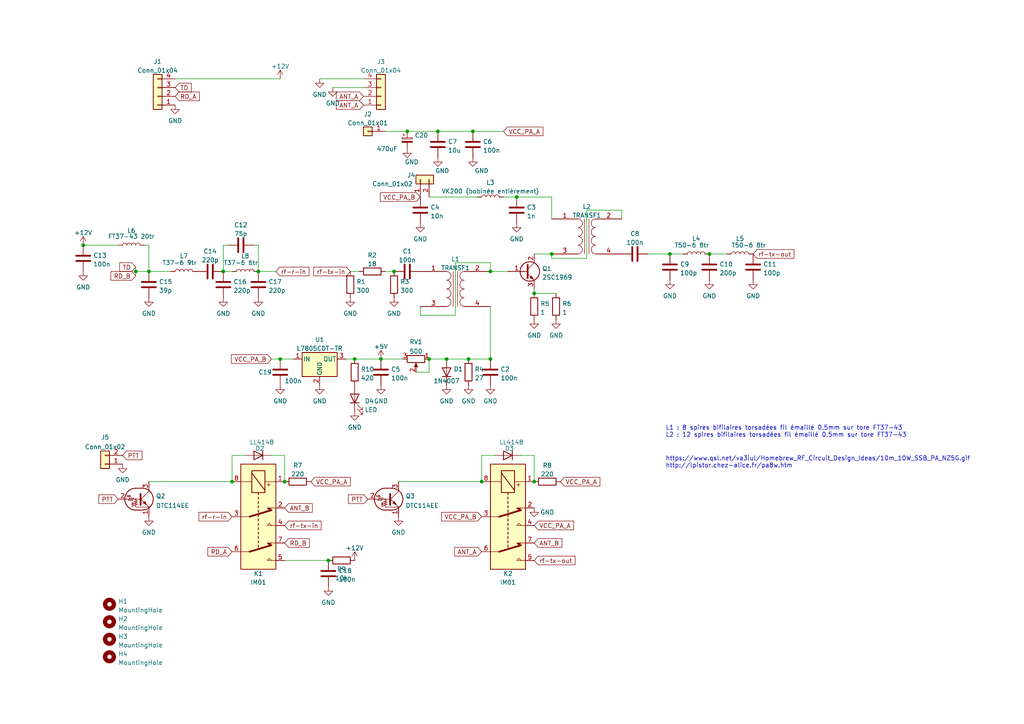
<source format=kicad_sch>
(kicad_sch (version 20211123) (generator eeschema)

  (uuid e63e39d7-6ac0-4ffd-8aa3-1841a4541b55)

  (paper "A4")

  (lib_symbols
    (symbol "Connector_Generic:Conn_01x01" (pin_names (offset 1.016) hide) (in_bom yes) (on_board yes)
      (property "Reference" "J" (id 0) (at 0 2.54 0)
        (effects (font (size 1.27 1.27)))
      )
      (property "Value" "Conn_01x01" (id 1) (at 0 -2.54 0)
        (effects (font (size 1.27 1.27)))
      )
      (property "Footprint" "" (id 2) (at 0 0 0)
        (effects (font (size 1.27 1.27)) hide)
      )
      (property "Datasheet" "~" (id 3) (at 0 0 0)
        (effects (font (size 1.27 1.27)) hide)
      )
      (property "ki_keywords" "connector" (id 4) (at 0 0 0)
        (effects (font (size 1.27 1.27)) hide)
      )
      (property "ki_description" "Generic connector, single row, 01x01, script generated (kicad-library-utils/schlib/autogen/connector/)" (id 5) (at 0 0 0)
        (effects (font (size 1.27 1.27)) hide)
      )
      (property "ki_fp_filters" "Connector*:*_1x??_*" (id 6) (at 0 0 0)
        (effects (font (size 1.27 1.27)) hide)
      )
      (symbol "Conn_01x01_1_1"
        (rectangle (start -1.27 0.127) (end 0 -0.127)
          (stroke (width 0.1524) (type default) (color 0 0 0 0))
          (fill (type none))
        )
        (rectangle (start -1.27 1.27) (end 1.27 -1.27)
          (stroke (width 0.254) (type default) (color 0 0 0 0))
          (fill (type background))
        )
        (pin passive line (at -5.08 0 0) (length 3.81)
          (name "Pin_1" (effects (font (size 1.27 1.27))))
          (number "1" (effects (font (size 1.27 1.27))))
        )
      )
    )
    (symbol "Connector_Generic:Conn_01x02" (pin_names (offset 1.016) hide) (in_bom yes) (on_board yes)
      (property "Reference" "J" (id 0) (at 0 2.54 0)
        (effects (font (size 1.27 1.27)))
      )
      (property "Value" "Conn_01x02" (id 1) (at 0 -5.08 0)
        (effects (font (size 1.27 1.27)))
      )
      (property "Footprint" "" (id 2) (at 0 0 0)
        (effects (font (size 1.27 1.27)) hide)
      )
      (property "Datasheet" "~" (id 3) (at 0 0 0)
        (effects (font (size 1.27 1.27)) hide)
      )
      (property "ki_keywords" "connector" (id 4) (at 0 0 0)
        (effects (font (size 1.27 1.27)) hide)
      )
      (property "ki_description" "Generic connector, single row, 01x02, script generated (kicad-library-utils/schlib/autogen/connector/)" (id 5) (at 0 0 0)
        (effects (font (size 1.27 1.27)) hide)
      )
      (property "ki_fp_filters" "Connector*:*_1x??_*" (id 6) (at 0 0 0)
        (effects (font (size 1.27 1.27)) hide)
      )
      (symbol "Conn_01x02_1_1"
        (rectangle (start -1.27 -2.413) (end 0 -2.667)
          (stroke (width 0.1524) (type default) (color 0 0 0 0))
          (fill (type none))
        )
        (rectangle (start -1.27 0.127) (end 0 -0.127)
          (stroke (width 0.1524) (type default) (color 0 0 0 0))
          (fill (type none))
        )
        (rectangle (start -1.27 1.27) (end 1.27 -3.81)
          (stroke (width 0.254) (type default) (color 0 0 0 0))
          (fill (type background))
        )
        (pin passive line (at -5.08 0 0) (length 3.81)
          (name "Pin_1" (effects (font (size 1.27 1.27))))
          (number "1" (effects (font (size 1.27 1.27))))
        )
        (pin passive line (at -5.08 -2.54 0) (length 3.81)
          (name "Pin_2" (effects (font (size 1.27 1.27))))
          (number "2" (effects (font (size 1.27 1.27))))
        )
      )
    )
    (symbol "Connector_Generic:Conn_01x04" (pin_names (offset 1.016) hide) (in_bom yes) (on_board yes)
      (property "Reference" "J" (id 0) (at 0 5.08 0)
        (effects (font (size 1.27 1.27)))
      )
      (property "Value" "Conn_01x04" (id 1) (at 0 -7.62 0)
        (effects (font (size 1.27 1.27)))
      )
      (property "Footprint" "" (id 2) (at 0 0 0)
        (effects (font (size 1.27 1.27)) hide)
      )
      (property "Datasheet" "~" (id 3) (at 0 0 0)
        (effects (font (size 1.27 1.27)) hide)
      )
      (property "ki_keywords" "connector" (id 4) (at 0 0 0)
        (effects (font (size 1.27 1.27)) hide)
      )
      (property "ki_description" "Generic connector, single row, 01x04, script generated (kicad-library-utils/schlib/autogen/connector/)" (id 5) (at 0 0 0)
        (effects (font (size 1.27 1.27)) hide)
      )
      (property "ki_fp_filters" "Connector*:*_1x??_*" (id 6) (at 0 0 0)
        (effects (font (size 1.27 1.27)) hide)
      )
      (symbol "Conn_01x04_1_1"
        (rectangle (start -1.27 -4.953) (end 0 -5.207)
          (stroke (width 0.1524) (type default) (color 0 0 0 0))
          (fill (type none))
        )
        (rectangle (start -1.27 -2.413) (end 0 -2.667)
          (stroke (width 0.1524) (type default) (color 0 0 0 0))
          (fill (type none))
        )
        (rectangle (start -1.27 0.127) (end 0 -0.127)
          (stroke (width 0.1524) (type default) (color 0 0 0 0))
          (fill (type none))
        )
        (rectangle (start -1.27 2.667) (end 0 2.413)
          (stroke (width 0.1524) (type default) (color 0 0 0 0))
          (fill (type none))
        )
        (rectangle (start -1.27 3.81) (end 1.27 -6.35)
          (stroke (width 0.254) (type default) (color 0 0 0 0))
          (fill (type background))
        )
        (pin passive line (at -5.08 2.54 0) (length 3.81)
          (name "Pin_1" (effects (font (size 1.27 1.27))))
          (number "1" (effects (font (size 1.27 1.27))))
        )
        (pin passive line (at -5.08 0 0) (length 3.81)
          (name "Pin_2" (effects (font (size 1.27 1.27))))
          (number "2" (effects (font (size 1.27 1.27))))
        )
        (pin passive line (at -5.08 -2.54 0) (length 3.81)
          (name "Pin_3" (effects (font (size 1.27 1.27))))
          (number "3" (effects (font (size 1.27 1.27))))
        )
        (pin passive line (at -5.08 -5.08 0) (length 3.81)
          (name "Pin_4" (effects (font (size 1.27 1.27))))
          (number "4" (effects (font (size 1.27 1.27))))
        )
      )
    )
    (symbol "Custom:Transformer_1P_1S" (pin_names (offset 1.016) hide) (in_bom yes) (on_board yes)
      (property "Reference" "T" (id 0) (at 0 6.35 0)
        (effects (font (size 1.27 1.27)))
      )
      (property "Value" "Transformer_1P_1S" (id 1) (at 0 -7.62 0)
        (effects (font (size 1.27 1.27)))
      )
      (property "Footprint" "" (id 2) (at 0 0 0)
        (effects (font (size 1.27 1.27)) hide)
      )
      (property "Datasheet" "~" (id 3) (at 0 0 0)
        (effects (font (size 1.27 1.27)) hide)
      )
      (property "ki_keywords" "transformer coil magnet" (id 4) (at 0 0 0)
        (effects (font (size 1.27 1.27)) hide)
      )
      (property "ki_description" "Transformer, single primary, single secondary" (id 5) (at 0 0 0)
        (effects (font (size 1.27 1.27)) hide)
      )
      (symbol "Transformer_1P_1S_0_1"
        (arc (start -2.54 -5.0546) (mid -1.6561 -4.6863) (end -1.27 -3.81)
          (stroke (width 0) (type default) (color 0 0 0 0))
          (fill (type none))
        )
        (arc (start -2.54 -2.5146) (mid -1.6561 -2.1463) (end -1.27 -1.27)
          (stroke (width 0) (type default) (color 0 0 0 0))
          (fill (type none))
        )
        (arc (start -2.54 0.0254) (mid -1.6561 0.3937) (end -1.27 1.27)
          (stroke (width 0) (type default) (color 0 0 0 0))
          (fill (type none))
        )
        (arc (start -2.54 2.5654) (mid -1.6561 2.9337) (end -1.27 3.81)
          (stroke (width 0) (type default) (color 0 0 0 0))
          (fill (type none))
        )
        (arc (start -1.27 -3.81) (mid -1.642 -2.912) (end -2.54 -2.54)
          (stroke (width 0) (type default) (color 0 0 0 0))
          (fill (type none))
        )
        (arc (start -1.27 -1.27) (mid -1.642 -0.372) (end -2.54 0)
          (stroke (width 0) (type default) (color 0 0 0 0))
          (fill (type none))
        )
        (arc (start -1.27 1.27) (mid -1.642 2.168) (end -2.54 2.54)
          (stroke (width 0) (type default) (color 0 0 0 0))
          (fill (type none))
        )
        (arc (start -1.27 3.81) (mid -1.642 4.708) (end -2.54 5.08)
          (stroke (width 0) (type default) (color 0 0 0 0))
          (fill (type none))
        )
        (polyline
          (pts
            (xy -0.635 5.08)
            (xy -0.635 -5.08)
          )
          (stroke (width 0) (type default) (color 0 0 0 0))
          (fill (type none))
        )
        (polyline
          (pts
            (xy 0.635 -5.08)
            (xy 0.635 5.08)
          )
          (stroke (width 0) (type default) (color 0 0 0 0))
          (fill (type none))
        )
        (arc (start 1.2954 -1.27) (mid 1.6599 -2.1501) (end 2.54 -2.5146)
          (stroke (width 0) (type default) (color 0 0 0 0))
          (fill (type none))
        )
        (arc (start 1.2954 1.27) (mid 1.6599 0.3899) (end 2.54 0.0254)
          (stroke (width 0) (type default) (color 0 0 0 0))
          (fill (type none))
        )
        (arc (start 1.2954 3.81) (mid 1.6599 2.9299) (end 2.54 2.5654)
          (stroke (width 0) (type default) (color 0 0 0 0))
          (fill (type none))
        )
        (arc (start 1.3208 -3.81) (mid 1.6853 -4.6901) (end 2.5654 -5.0546)
          (stroke (width 0) (type default) (color 0 0 0 0))
          (fill (type none))
        )
        (arc (start 2.54 0) (mid 1.6456 -0.3683) (end 1.2954 -1.27)
          (stroke (width 0) (type default) (color 0 0 0 0))
          (fill (type none))
        )
        (arc (start 2.54 2.54) (mid 1.6456 2.1717) (end 1.2954 1.27)
          (stroke (width 0) (type default) (color 0 0 0 0))
          (fill (type none))
        )
        (arc (start 2.54 5.08) (mid 1.6456 4.7117) (end 1.2954 3.81)
          (stroke (width 0) (type default) (color 0 0 0 0))
          (fill (type none))
        )
        (arc (start 2.5654 -2.54) (mid 1.671 -2.9083) (end 1.3208 -3.81)
          (stroke (width 0) (type default) (color 0 0 0 0))
          (fill (type none))
        )
      )
      (symbol "Transformer_1P_1S_1_1"
        (pin passive line (at -10.16 5.08 0) (length 7.62)
          (name "1" (effects (font (size 1.27 1.27))))
          (number "1" (effects (font (size 1.27 1.27))))
        )
        (pin passive line (at 10.16 5.08 180) (length 7.62)
          (name "2" (effects (font (size 1.27 1.27))))
          (number "2" (effects (font (size 1.27 1.27))))
        )
        (pin passive line (at -10.16 -5.08 0) (length 7.62)
          (name "3" (effects (font (size 1.27 1.27))))
          (number "3" (effects (font (size 1.27 1.27))))
        )
        (pin passive line (at 10.16 -5.08 180) (length 7.62)
          (name "4" (effects (font (size 1.27 1.27))))
          (number "4" (effects (font (size 1.27 1.27))))
        )
      )
    )
    (symbol "Device:C" (pin_numbers hide) (pin_names (offset 0.254)) (in_bom yes) (on_board yes)
      (property "Reference" "C" (id 0) (at 0.635 2.54 0)
        (effects (font (size 1.27 1.27)) (justify left))
      )
      (property "Value" "C" (id 1) (at 0.635 -2.54 0)
        (effects (font (size 1.27 1.27)) (justify left))
      )
      (property "Footprint" "" (id 2) (at 0.9652 -3.81 0)
        (effects (font (size 1.27 1.27)) hide)
      )
      (property "Datasheet" "~" (id 3) (at 0 0 0)
        (effects (font (size 1.27 1.27)) hide)
      )
      (property "ki_keywords" "cap capacitor" (id 4) (at 0 0 0)
        (effects (font (size 1.27 1.27)) hide)
      )
      (property "ki_description" "Unpolarized capacitor" (id 5) (at 0 0 0)
        (effects (font (size 1.27 1.27)) hide)
      )
      (property "ki_fp_filters" "C_*" (id 6) (at 0 0 0)
        (effects (font (size 1.27 1.27)) hide)
      )
      (symbol "C_0_1"
        (polyline
          (pts
            (xy -2.032 -0.762)
            (xy 2.032 -0.762)
          )
          (stroke (width 0.508) (type default) (color 0 0 0 0))
          (fill (type none))
        )
        (polyline
          (pts
            (xy -2.032 0.762)
            (xy 2.032 0.762)
          )
          (stroke (width 0.508) (type default) (color 0 0 0 0))
          (fill (type none))
        )
      )
      (symbol "C_1_1"
        (pin passive line (at 0 3.81 270) (length 2.794)
          (name "~" (effects (font (size 1.27 1.27))))
          (number "1" (effects (font (size 1.27 1.27))))
        )
        (pin passive line (at 0 -3.81 90) (length 2.794)
          (name "~" (effects (font (size 1.27 1.27))))
          (number "2" (effects (font (size 1.27 1.27))))
        )
      )
    )
    (symbol "Device:C_Polarized_Small" (pin_numbers hide) (pin_names (offset 0.254) hide) (in_bom yes) (on_board yes)
      (property "Reference" "C" (id 0) (at 0.254 1.778 0)
        (effects (font (size 1.27 1.27)) (justify left))
      )
      (property "Value" "C_Polarized_Small" (id 1) (at 0.254 -2.032 0)
        (effects (font (size 1.27 1.27)) (justify left))
      )
      (property "Footprint" "" (id 2) (at 0 0 0)
        (effects (font (size 1.27 1.27)) hide)
      )
      (property "Datasheet" "~" (id 3) (at 0 0 0)
        (effects (font (size 1.27 1.27)) hide)
      )
      (property "ki_keywords" "cap capacitor" (id 4) (at 0 0 0)
        (effects (font (size 1.27 1.27)) hide)
      )
      (property "ki_description" "Polarized capacitor, small symbol" (id 5) (at 0 0 0)
        (effects (font (size 1.27 1.27)) hide)
      )
      (property "ki_fp_filters" "CP_*" (id 6) (at 0 0 0)
        (effects (font (size 1.27 1.27)) hide)
      )
      (symbol "C_Polarized_Small_0_1"
        (rectangle (start -1.524 -0.3048) (end 1.524 -0.6858)
          (stroke (width 0) (type default) (color 0 0 0 0))
          (fill (type outline))
        )
        (rectangle (start -1.524 0.6858) (end 1.524 0.3048)
          (stroke (width 0) (type default) (color 0 0 0 0))
          (fill (type none))
        )
        (polyline
          (pts
            (xy -1.27 1.524)
            (xy -0.762 1.524)
          )
          (stroke (width 0) (type default) (color 0 0 0 0))
          (fill (type none))
        )
        (polyline
          (pts
            (xy -1.016 1.27)
            (xy -1.016 1.778)
          )
          (stroke (width 0) (type default) (color 0 0 0 0))
          (fill (type none))
        )
      )
      (symbol "C_Polarized_Small_1_1"
        (pin passive line (at 0 2.54 270) (length 1.8542)
          (name "~" (effects (font (size 1.27 1.27))))
          (number "1" (effects (font (size 1.27 1.27))))
        )
        (pin passive line (at 0 -2.54 90) (length 1.8542)
          (name "~" (effects (font (size 1.27 1.27))))
          (number "2" (effects (font (size 1.27 1.27))))
        )
      )
    )
    (symbol "Device:D" (pin_numbers hide) (pin_names (offset 1.016) hide) (in_bom yes) (on_board yes)
      (property "Reference" "D" (id 0) (at 0 2.54 0)
        (effects (font (size 1.27 1.27)))
      )
      (property "Value" "D" (id 1) (at 0 -2.54 0)
        (effects (font (size 1.27 1.27)))
      )
      (property "Footprint" "" (id 2) (at 0 0 0)
        (effects (font (size 1.27 1.27)) hide)
      )
      (property "Datasheet" "~" (id 3) (at 0 0 0)
        (effects (font (size 1.27 1.27)) hide)
      )
      (property "ki_keywords" "diode" (id 4) (at 0 0 0)
        (effects (font (size 1.27 1.27)) hide)
      )
      (property "ki_description" "Diode" (id 5) (at 0 0 0)
        (effects (font (size 1.27 1.27)) hide)
      )
      (property "ki_fp_filters" "TO-???* *_Diode_* *SingleDiode* D_*" (id 6) (at 0 0 0)
        (effects (font (size 1.27 1.27)) hide)
      )
      (symbol "D_0_1"
        (polyline
          (pts
            (xy -1.27 1.27)
            (xy -1.27 -1.27)
          )
          (stroke (width 0.254) (type default) (color 0 0 0 0))
          (fill (type none))
        )
        (polyline
          (pts
            (xy 1.27 0)
            (xy -1.27 0)
          )
          (stroke (width 0) (type default) (color 0 0 0 0))
          (fill (type none))
        )
        (polyline
          (pts
            (xy 1.27 1.27)
            (xy 1.27 -1.27)
            (xy -1.27 0)
            (xy 1.27 1.27)
          )
          (stroke (width 0.254) (type default) (color 0 0 0 0))
          (fill (type none))
        )
      )
      (symbol "D_1_1"
        (pin passive line (at -3.81 0 0) (length 2.54)
          (name "K" (effects (font (size 1.27 1.27))))
          (number "1" (effects (font (size 1.27 1.27))))
        )
        (pin passive line (at 3.81 0 180) (length 2.54)
          (name "A" (effects (font (size 1.27 1.27))))
          (number "2" (effects (font (size 1.27 1.27))))
        )
      )
    )
    (symbol "Device:L" (pin_numbers hide) (pin_names (offset 1.016) hide) (in_bom yes) (on_board yes)
      (property "Reference" "L" (id 0) (at -1.27 0 90)
        (effects (font (size 1.27 1.27)))
      )
      (property "Value" "L" (id 1) (at 1.905 0 90)
        (effects (font (size 1.27 1.27)))
      )
      (property "Footprint" "" (id 2) (at 0 0 0)
        (effects (font (size 1.27 1.27)) hide)
      )
      (property "Datasheet" "~" (id 3) (at 0 0 0)
        (effects (font (size 1.27 1.27)) hide)
      )
      (property "ki_keywords" "inductor choke coil reactor magnetic" (id 4) (at 0 0 0)
        (effects (font (size 1.27 1.27)) hide)
      )
      (property "ki_description" "Inductor" (id 5) (at 0 0 0)
        (effects (font (size 1.27 1.27)) hide)
      )
      (property "ki_fp_filters" "Choke_* *Coil* Inductor_* L_*" (id 6) (at 0 0 0)
        (effects (font (size 1.27 1.27)) hide)
      )
      (symbol "L_0_1"
        (arc (start 0 -2.54) (mid 0.635 -1.905) (end 0 -1.27)
          (stroke (width 0) (type default) (color 0 0 0 0))
          (fill (type none))
        )
        (arc (start 0 -1.27) (mid 0.635 -0.635) (end 0 0)
          (stroke (width 0) (type default) (color 0 0 0 0))
          (fill (type none))
        )
        (arc (start 0 0) (mid 0.635 0.635) (end 0 1.27)
          (stroke (width 0) (type default) (color 0 0 0 0))
          (fill (type none))
        )
        (arc (start 0 1.27) (mid 0.635 1.905) (end 0 2.54)
          (stroke (width 0) (type default) (color 0 0 0 0))
          (fill (type none))
        )
      )
      (symbol "L_1_1"
        (pin passive line (at 0 3.81 270) (length 1.27)
          (name "1" (effects (font (size 1.27 1.27))))
          (number "1" (effects (font (size 1.27 1.27))))
        )
        (pin passive line (at 0 -3.81 90) (length 1.27)
          (name "2" (effects (font (size 1.27 1.27))))
          (number "2" (effects (font (size 1.27 1.27))))
        )
      )
    )
    (symbol "Device:LED" (pin_numbers hide) (pin_names (offset 1.016) hide) (in_bom yes) (on_board yes)
      (property "Reference" "D" (id 0) (at 0 2.54 0)
        (effects (font (size 1.27 1.27)))
      )
      (property "Value" "LED" (id 1) (at 0 -2.54 0)
        (effects (font (size 1.27 1.27)))
      )
      (property "Footprint" "" (id 2) (at 0 0 0)
        (effects (font (size 1.27 1.27)) hide)
      )
      (property "Datasheet" "~" (id 3) (at 0 0 0)
        (effects (font (size 1.27 1.27)) hide)
      )
      (property "ki_keywords" "LED diode" (id 4) (at 0 0 0)
        (effects (font (size 1.27 1.27)) hide)
      )
      (property "ki_description" "Light emitting diode" (id 5) (at 0 0 0)
        (effects (font (size 1.27 1.27)) hide)
      )
      (property "ki_fp_filters" "LED* LED_SMD:* LED_THT:*" (id 6) (at 0 0 0)
        (effects (font (size 1.27 1.27)) hide)
      )
      (symbol "LED_0_1"
        (polyline
          (pts
            (xy -1.27 -1.27)
            (xy -1.27 1.27)
          )
          (stroke (width 0.254) (type default) (color 0 0 0 0))
          (fill (type none))
        )
        (polyline
          (pts
            (xy -1.27 0)
            (xy 1.27 0)
          )
          (stroke (width 0) (type default) (color 0 0 0 0))
          (fill (type none))
        )
        (polyline
          (pts
            (xy 1.27 -1.27)
            (xy 1.27 1.27)
            (xy -1.27 0)
            (xy 1.27 -1.27)
          )
          (stroke (width 0.254) (type default) (color 0 0 0 0))
          (fill (type none))
        )
        (polyline
          (pts
            (xy -3.048 -0.762)
            (xy -4.572 -2.286)
            (xy -3.81 -2.286)
            (xy -4.572 -2.286)
            (xy -4.572 -1.524)
          )
          (stroke (width 0) (type default) (color 0 0 0 0))
          (fill (type none))
        )
        (polyline
          (pts
            (xy -1.778 -0.762)
            (xy -3.302 -2.286)
            (xy -2.54 -2.286)
            (xy -3.302 -2.286)
            (xy -3.302 -1.524)
          )
          (stroke (width 0) (type default) (color 0 0 0 0))
          (fill (type none))
        )
      )
      (symbol "LED_1_1"
        (pin passive line (at -3.81 0 0) (length 2.54)
          (name "K" (effects (font (size 1.27 1.27))))
          (number "1" (effects (font (size 1.27 1.27))))
        )
        (pin passive line (at 3.81 0 180) (length 2.54)
          (name "A" (effects (font (size 1.27 1.27))))
          (number "2" (effects (font (size 1.27 1.27))))
        )
      )
    )
    (symbol "Device:R" (pin_numbers hide) (pin_names (offset 0)) (in_bom yes) (on_board yes)
      (property "Reference" "R" (id 0) (at 2.032 0 90)
        (effects (font (size 1.27 1.27)))
      )
      (property "Value" "R" (id 1) (at 0 0 90)
        (effects (font (size 1.27 1.27)))
      )
      (property "Footprint" "" (id 2) (at -1.778 0 90)
        (effects (font (size 1.27 1.27)) hide)
      )
      (property "Datasheet" "~" (id 3) (at 0 0 0)
        (effects (font (size 1.27 1.27)) hide)
      )
      (property "ki_keywords" "R res resistor" (id 4) (at 0 0 0)
        (effects (font (size 1.27 1.27)) hide)
      )
      (property "ki_description" "Resistor" (id 5) (at 0 0 0)
        (effects (font (size 1.27 1.27)) hide)
      )
      (property "ki_fp_filters" "R_*" (id 6) (at 0 0 0)
        (effects (font (size 1.27 1.27)) hide)
      )
      (symbol "R_0_1"
        (rectangle (start -1.016 -2.54) (end 1.016 2.54)
          (stroke (width 0.254) (type default) (color 0 0 0 0))
          (fill (type none))
        )
      )
      (symbol "R_1_1"
        (pin passive line (at 0 3.81 270) (length 1.27)
          (name "~" (effects (font (size 1.27 1.27))))
          (number "1" (effects (font (size 1.27 1.27))))
        )
        (pin passive line (at 0 -3.81 90) (length 1.27)
          (name "~" (effects (font (size 1.27 1.27))))
          (number "2" (effects (font (size 1.27 1.27))))
        )
      )
    )
    (symbol "Device:R_Potentiometer" (pin_names (offset 1.016) hide) (in_bom yes) (on_board yes)
      (property "Reference" "RV" (id 0) (at -4.445 0 90)
        (effects (font (size 1.27 1.27)))
      )
      (property "Value" "R_Potentiometer" (id 1) (at -2.54 0 90)
        (effects (font (size 1.27 1.27)))
      )
      (property "Footprint" "" (id 2) (at 0 0 0)
        (effects (font (size 1.27 1.27)) hide)
      )
      (property "Datasheet" "~" (id 3) (at 0 0 0)
        (effects (font (size 1.27 1.27)) hide)
      )
      (property "ki_keywords" "resistor variable" (id 4) (at 0 0 0)
        (effects (font (size 1.27 1.27)) hide)
      )
      (property "ki_description" "Potentiometer" (id 5) (at 0 0 0)
        (effects (font (size 1.27 1.27)) hide)
      )
      (property "ki_fp_filters" "Potentiometer*" (id 6) (at 0 0 0)
        (effects (font (size 1.27 1.27)) hide)
      )
      (symbol "R_Potentiometer_0_1"
        (polyline
          (pts
            (xy 2.54 0)
            (xy 1.524 0)
          )
          (stroke (width 0) (type default) (color 0 0 0 0))
          (fill (type none))
        )
        (polyline
          (pts
            (xy 1.143 0)
            (xy 2.286 0.508)
            (xy 2.286 -0.508)
            (xy 1.143 0)
          )
          (stroke (width 0) (type default) (color 0 0 0 0))
          (fill (type outline))
        )
        (rectangle (start 1.016 2.54) (end -1.016 -2.54)
          (stroke (width 0.254) (type default) (color 0 0 0 0))
          (fill (type none))
        )
      )
      (symbol "R_Potentiometer_1_1"
        (pin passive line (at 0 3.81 270) (length 1.27)
          (name "1" (effects (font (size 1.27 1.27))))
          (number "1" (effects (font (size 1.27 1.27))))
        )
        (pin passive line (at 3.81 0 180) (length 1.27)
          (name "2" (effects (font (size 1.27 1.27))))
          (number "2" (effects (font (size 1.27 1.27))))
        )
        (pin passive line (at 0 -3.81 90) (length 1.27)
          (name "3" (effects (font (size 1.27 1.27))))
          (number "3" (effects (font (size 1.27 1.27))))
        )
      )
    )
    (symbol "Mechanical:MountingHole" (pin_names (offset 1.016)) (in_bom yes) (on_board yes)
      (property "Reference" "H" (id 0) (at 0 5.08 0)
        (effects (font (size 1.27 1.27)))
      )
      (property "Value" "MountingHole" (id 1) (at 0 3.175 0)
        (effects (font (size 1.27 1.27)))
      )
      (property "Footprint" "" (id 2) (at 0 0 0)
        (effects (font (size 1.27 1.27)) hide)
      )
      (property "Datasheet" "~" (id 3) (at 0 0 0)
        (effects (font (size 1.27 1.27)) hide)
      )
      (property "ki_keywords" "mounting hole" (id 4) (at 0 0 0)
        (effects (font (size 1.27 1.27)) hide)
      )
      (property "ki_description" "Mounting Hole without connection" (id 5) (at 0 0 0)
        (effects (font (size 1.27 1.27)) hide)
      )
      (property "ki_fp_filters" "MountingHole*" (id 6) (at 0 0 0)
        (effects (font (size 1.27 1.27)) hide)
      )
      (symbol "MountingHole_0_1"
        (circle (center 0 0) (radius 1.27)
          (stroke (width 1.27) (type default) (color 0 0 0 0))
          (fill (type none))
        )
      )
    )
    (symbol "Regulator_Linear:L7805" (pin_names (offset 0.254)) (in_bom yes) (on_board yes)
      (property "Reference" "U" (id 0) (at -3.81 3.175 0)
        (effects (font (size 1.27 1.27)))
      )
      (property "Value" "L7805" (id 1) (at 0 3.175 0)
        (effects (font (size 1.27 1.27)) (justify left))
      )
      (property "Footprint" "" (id 2) (at 0.635 -3.81 0)
        (effects (font (size 1.27 1.27) italic) (justify left) hide)
      )
      (property "Datasheet" "http://www.st.com/content/ccc/resource/technical/document/datasheet/41/4f/b3/b0/12/d4/47/88/CD00000444.pdf/files/CD00000444.pdf/jcr:content/translations/en.CD00000444.pdf" (id 3) (at 0 -1.27 0)
        (effects (font (size 1.27 1.27)) hide)
      )
      (property "ki_keywords" "Voltage Regulator 1.5A Positive" (id 4) (at 0 0 0)
        (effects (font (size 1.27 1.27)) hide)
      )
      (property "ki_description" "Positive 1.5A 35V Linear Regulator, Fixed Output 5V, TO-220/TO-263/TO-252" (id 5) (at 0 0 0)
        (effects (font (size 1.27 1.27)) hide)
      )
      (property "ki_fp_filters" "TO?252* TO?263* TO?220*" (id 6) (at 0 0 0)
        (effects (font (size 1.27 1.27)) hide)
      )
      (symbol "L7805_0_1"
        (rectangle (start -5.08 1.905) (end 5.08 -5.08)
          (stroke (width 0.254) (type default) (color 0 0 0 0))
          (fill (type background))
        )
      )
      (symbol "L7805_1_1"
        (pin power_in line (at -7.62 0 0) (length 2.54)
          (name "IN" (effects (font (size 1.27 1.27))))
          (number "1" (effects (font (size 1.27 1.27))))
        )
        (pin power_in line (at 0 -7.62 90) (length 2.54)
          (name "GND" (effects (font (size 1.27 1.27))))
          (number "2" (effects (font (size 1.27 1.27))))
        )
        (pin power_out line (at 7.62 0 180) (length 2.54)
          (name "OUT" (effects (font (size 1.27 1.27))))
          (number "3" (effects (font (size 1.27 1.27))))
        )
      )
    )
    (symbol "Relay:IM01" (in_bom yes) (on_board yes)
      (property "Reference" "K" (id 0) (at 16.51 3.81 0)
        (effects (font (size 1.27 1.27)) (justify left))
      )
      (property "Value" "IM01" (id 1) (at 16.51 1.27 0)
        (effects (font (size 1.27 1.27)) (justify left))
      )
      (property "Footprint" "" (id 2) (at 0 0 0)
        (effects (font (size 1.27 1.27)) hide)
      )
      (property "Datasheet" "http://www.te.com/commerce/DocumentDelivery/DDEController?Action=srchrtrv&DocNm=108-98001&DocType=SS&DocLang=EN" (id 3) (at 0 0 0)
        (effects (font (size 1.27 1.27)) hide)
      )
      (property "ki_keywords" "relay monostable" (id 4) (at 0 0 0)
        (effects (font (size 1.27 1.27)) hide)
      )
      (property "ki_description" "IM Relay, standard version, monostable, switching current 2/5A, power 60W/62.5VA, voltage 220VDC/250VAC" (id 5) (at 0 0 0)
        (effects (font (size 1.27 1.27)) hide)
      )
      (property "ki_fp_filters" "Relay*DPDT*AXICOM*IMSeries*" (id 6) (at 0 0 0)
        (effects (font (size 1.27 1.27)) hide)
      )
      (symbol "IM01_0_0"
        (text "+" (at -9.271 2.921 0)
          (effects (font (size 1.27 1.27)))
        )
      )
      (symbol "IM01_0_1"
        (rectangle (start -15.24 5.08) (end 15.24 -5.08)
          (stroke (width 0.254) (type default) (color 0 0 0 0))
          (fill (type background))
        )
        (rectangle (start -13.335 1.905) (end -6.985 -1.905)
          (stroke (width 0.254) (type default) (color 0 0 0 0))
          (fill (type none))
        )
        (polyline
          (pts
            (xy -12.7 -1.905)
            (xy -7.62 1.905)
          )
          (stroke (width 0.254) (type default) (color 0 0 0 0))
          (fill (type none))
        )
        (polyline
          (pts
            (xy -10.16 -5.08)
            (xy -10.16 -1.905)
          )
          (stroke (width 0) (type default) (color 0 0 0 0))
          (fill (type none))
        )
        (polyline
          (pts
            (xy -10.16 5.08)
            (xy -10.16 1.905)
          )
          (stroke (width 0) (type default) (color 0 0 0 0))
          (fill (type none))
        )
        (polyline
          (pts
            (xy -6.985 0)
            (xy -6.35 0)
          )
          (stroke (width 0.254) (type default) (color 0 0 0 0))
          (fill (type none))
        )
        (polyline
          (pts
            (xy -5.715 0)
            (xy -5.08 0)
          )
          (stroke (width 0.254) (type default) (color 0 0 0 0))
          (fill (type none))
        )
        (polyline
          (pts
            (xy -4.445 0)
            (xy -3.81 0)
          )
          (stroke (width 0.254) (type default) (color 0 0 0 0))
          (fill (type none))
        )
        (polyline
          (pts
            (xy -3.175 0)
            (xy -2.54 0)
          )
          (stroke (width 0.254) (type default) (color 0 0 0 0))
          (fill (type none))
        )
        (polyline
          (pts
            (xy -1.905 0)
            (xy -1.27 0)
          )
          (stroke (width 0.254) (type default) (color 0 0 0 0))
          (fill (type none))
        )
        (polyline
          (pts
            (xy -0.635 0)
            (xy 0 0)
          )
          (stroke (width 0.254) (type default) (color 0 0 0 0))
          (fill (type none))
        )
        (polyline
          (pts
            (xy 0 -2.54)
            (xy -1.905 3.81)
          )
          (stroke (width 0.508) (type default) (color 0 0 0 0))
          (fill (type none))
        )
        (polyline
          (pts
            (xy 0 -2.54)
            (xy 0 -5.08)
          )
          (stroke (width 0) (type default) (color 0 0 0 0))
          (fill (type none))
        )
        (polyline
          (pts
            (xy 0.635 0)
            (xy 1.27 0)
          )
          (stroke (width 0.254) (type default) (color 0 0 0 0))
          (fill (type none))
        )
        (polyline
          (pts
            (xy 1.905 0)
            (xy 2.54 0)
          )
          (stroke (width 0.254) (type default) (color 0 0 0 0))
          (fill (type none))
        )
        (polyline
          (pts
            (xy 3.175 0)
            (xy 3.81 0)
          )
          (stroke (width 0.254) (type default) (color 0 0 0 0))
          (fill (type none))
        )
        (polyline
          (pts
            (xy 4.445 0)
            (xy 5.08 0)
          )
          (stroke (width 0.254) (type default) (color 0 0 0 0))
          (fill (type none))
        )
        (polyline
          (pts
            (xy 5.715 0)
            (xy 6.35 0)
          )
          (stroke (width 0.254) (type default) (color 0 0 0 0))
          (fill (type none))
        )
        (polyline
          (pts
            (xy 6.985 0)
            (xy 7.62 0)
          )
          (stroke (width 0.254) (type default) (color 0 0 0 0))
          (fill (type none))
        )
        (polyline
          (pts
            (xy 8.255 0)
            (xy 8.89 0)
          )
          (stroke (width 0.254) (type default) (color 0 0 0 0))
          (fill (type none))
        )
        (polyline
          (pts
            (xy 10.16 -2.54)
            (xy 8.255 3.81)
          )
          (stroke (width 0.508) (type default) (color 0 0 0 0))
          (fill (type none))
        )
        (polyline
          (pts
            (xy 10.16 -2.54)
            (xy 10.16 -5.08)
          )
          (stroke (width 0) (type default) (color 0 0 0 0))
          (fill (type none))
        )
        (polyline
          (pts
            (xy -2.54 5.08)
            (xy -2.54 2.54)
            (xy -1.905 3.175)
            (xy -2.54 3.81)
          )
          (stroke (width 0) (type default) (color 0 0 0 0))
          (fill (type outline))
        )
        (polyline
          (pts
            (xy 2.54 5.08)
            (xy 2.54 2.54)
            (xy 1.905 3.175)
            (xy 2.54 3.81)
          )
          (stroke (width 0) (type default) (color 0 0 0 0))
          (fill (type none))
        )
        (polyline
          (pts
            (xy 7.62 5.08)
            (xy 7.62 2.54)
            (xy 8.255 3.175)
            (xy 7.62 3.81)
          )
          (stroke (width 0) (type default) (color 0 0 0 0))
          (fill (type outline))
        )
        (polyline
          (pts
            (xy 12.7 5.08)
            (xy 12.7 2.54)
            (xy 12.065 3.175)
            (xy 12.7 3.81)
          )
          (stroke (width 0) (type default) (color 0 0 0 0))
          (fill (type none))
        )
      )
      (symbol "IM01_1_1"
        (pin passive line (at -10.16 7.62 270) (length 2.54)
          (name "~" (effects (font (size 1.27 1.27))))
          (number "1" (effects (font (size 1.27 1.27))))
        )
        (pin passive line (at -2.54 7.62 270) (length 2.54)
          (name "~" (effects (font (size 1.27 1.27))))
          (number "2" (effects (font (size 1.27 1.27))))
        )
        (pin passive line (at 0 -7.62 90) (length 2.54)
          (name "~" (effects (font (size 1.27 1.27))))
          (number "3" (effects (font (size 1.27 1.27))))
        )
        (pin passive line (at 2.54 7.62 270) (length 2.54)
          (name "~" (effects (font (size 1.27 1.27))))
          (number "4" (effects (font (size 1.27 1.27))))
        )
        (pin passive line (at 12.7 7.62 270) (length 2.54)
          (name "~" (effects (font (size 1.27 1.27))))
          (number "5" (effects (font (size 1.27 1.27))))
        )
        (pin passive line (at 10.16 -7.62 90) (length 2.54)
          (name "~" (effects (font (size 1.27 1.27))))
          (number "6" (effects (font (size 1.27 1.27))))
        )
        (pin passive line (at 7.62 7.62 270) (length 2.54)
          (name "~" (effects (font (size 1.27 1.27))))
          (number "7" (effects (font (size 1.27 1.27))))
        )
        (pin passive line (at -10.16 -7.62 90) (length 2.54)
          (name "~" (effects (font (size 1.27 1.27))))
          (number "8" (effects (font (size 1.27 1.27))))
        )
      )
    )
    (symbol "Transistor_BJT:2SD1047" (pin_names (offset 0) hide) (in_bom yes) (on_board yes)
      (property "Reference" "Q" (id 0) (at 6.35 1.905 0)
        (effects (font (size 1.27 1.27)) (justify left))
      )
      (property "Value" "2SD1047" (id 1) (at 6.35 0 0)
        (effects (font (size 1.27 1.27)) (justify left))
      )
      (property "Footprint" "Package_TO_SOT_THT:TO-3PB-3_Vertical" (id 2) (at 6.35 -1.905 0)
        (effects (font (size 1.27 1.27) italic) (justify left) hide)
      )
      (property "Datasheet" "http://www.st.com/resource/en/datasheet/2sd1047.pdf" (id 3) (at 0 0 0)
        (effects (font (size 1.27 1.27)) (justify left) hide)
      )
      (property "ki_keywords" "Power NPN Transistor" (id 4) (at 0 0 0)
        (effects (font (size 1.27 1.27)) hide)
      )
      (property "ki_description" "12A Ic, 140V Vce, Silicon Power NPN Transistors, TO-3PB" (id 5) (at 0 0 0)
        (effects (font (size 1.27 1.27)) hide)
      )
      (property "ki_fp_filters" "TO?3PB*" (id 6) (at 0 0 0)
        (effects (font (size 1.27 1.27)) hide)
      )
      (symbol "2SD1047_0_1"
        (polyline
          (pts
            (xy 0 0)
            (xy 0.762 0)
          )
          (stroke (width 0) (type default) (color 0 0 0 0))
          (fill (type none))
        )
        (polyline
          (pts
            (xy 0.635 0.635)
            (xy 2.54 2.54)
          )
          (stroke (width 0) (type default) (color 0 0 0 0))
          (fill (type none))
        )
        (polyline
          (pts
            (xy 0.635 -0.635)
            (xy 2.54 -2.54)
            (xy 2.54 -2.54)
          )
          (stroke (width 0) (type default) (color 0 0 0 0))
          (fill (type none))
        )
        (polyline
          (pts
            (xy 0.635 1.905)
            (xy 0.635 -1.905)
            (xy 0.635 -1.905)
          )
          (stroke (width 0.508) (type default) (color 0 0 0 0))
          (fill (type none))
        )
        (polyline
          (pts
            (xy 1.27 -1.778)
            (xy 1.778 -1.27)
            (xy 2.286 -2.286)
            (xy 1.27 -1.778)
            (xy 1.27 -1.778)
          )
          (stroke (width 0) (type default) (color 0 0 0 0))
          (fill (type outline))
        )
        (circle (center 1.27 0) (radius 2.8194)
          (stroke (width 0.254) (type default) (color 0 0 0 0))
          (fill (type none))
        )
      )
      (symbol "2SD1047_1_1"
        (pin input line (at -5.08 0 0) (length 5.08)
          (name "B" (effects (font (size 1.27 1.27))))
          (number "1" (effects (font (size 1.27 1.27))))
        )
        (pin passive line (at 2.54 5.08 270) (length 2.54)
          (name "C" (effects (font (size 1.27 1.27))))
          (number "2" (effects (font (size 1.27 1.27))))
        )
        (pin passive line (at 2.54 -5.08 90) (length 2.54)
          (name "E" (effects (font (size 1.27 1.27))))
          (number "3" (effects (font (size 1.27 1.27))))
        )
      )
    )
    (symbol "Transistor_BJT:DTC114E" (pin_names (offset 0) hide) (in_bom yes) (on_board yes)
      (property "Reference" "Q?" (id 0) (at 4.572 0.9085 0)
        (effects (font (size 1.27 1.27)) (justify left))
      )
      (property "Value" "DTC114EE" (id 1) (at 4.572 -1.8666 0)
        (effects (font (size 1.27 1.27)) (justify left))
      )
      (property "Footprint" "" (id 2) (at 0 0 0)
        (effects (font (size 1.27 1.27)) (justify left) hide)
      )
      (property "Datasheet" "" (id 3) (at 0 0 0)
        (effects (font (size 1.27 1.27)) (justify left) hide)
      )
      (property "ki_keywords" "ROHM Digital NPN Transistor" (id 4) (at 0 0 0)
        (effects (font (size 1.27 1.27)) hide)
      )
      (property "ki_description" "Digital NPN Transistor, 10k/10k, SOT-23" (id 5) (at 0 0 0)
        (effects (font (size 1.27 1.27)) hide)
      )
      (property "ki_fp_filters" "SOT?23* SC?59*" (id 6) (at 0 0 0)
        (effects (font (size 1.27 1.27)) hide)
      )
      (symbol "DTC114E_0_0"
        (text "10k" (at -3.302 0.889 0)
          (effects (font (size 0.508 0.508)))
        )
        (text "10k" (at -2.159 -1.524 900)
          (effects (font (size 0.508 0.508)))
        )
      )
      (symbol "DTC114E_0_1"
        (circle (center -1.27 0) (radius 0.127)
          (stroke (width 0) (type default) (color 0 0 0 0))
          (fill (type none))
        )
        (arc (start -1.27 3.175) (mid -4.445 0) (end -1.27 -3.175)
          (stroke (width 0.254) (type default) (color 0 0 0 0))
          (fill (type none))
        )
        (polyline
          (pts
            (xy -3.429 0)
            (xy -3.81 0)
          )
          (stroke (width 0) (type default) (color 0 0 0 0))
          (fill (type none))
        )
        (polyline
          (pts
            (xy -1.27 -3.175)
            (xy 0.635 -3.175)
          )
          (stroke (width 0.254) (type default) (color 0 0 0 0))
          (fill (type none))
        )
        (polyline
          (pts
            (xy -1.27 3.175)
            (xy 0.635 3.175)
          )
          (stroke (width 0.254) (type default) (color 0 0 0 0))
          (fill (type none))
        )
        (polyline
          (pts
            (xy 0 -0.254)
            (xy 2.54 2.286)
          )
          (stroke (width 0) (type default) (color 0 0 0 0))
          (fill (type none))
        )
        (polyline
          (pts
            (xy 0.127 1.524)
            (xy 0.127 -1.651)
          )
          (stroke (width 0.508) (type default) (color 0 0 0 0))
          (fill (type outline))
        )
        (polyline
          (pts
            (xy 2.54 2.286)
            (xy 2.54 2.54)
          )
          (stroke (width 0) (type default) (color 0 0 0 0))
          (fill (type none))
        )
        (polyline
          (pts
            (xy 2.54 -2.286)
            (xy 0 0.254)
            (xy 0 0.254)
          )
          (stroke (width 0) (type default) (color 0 0 0 0))
          (fill (type none))
        )
        (polyline
          (pts
            (xy 0.889 -1.143)
            (xy 1.397 -0.635)
            (xy 1.905 -1.651)
            (xy 0.889 -1.143)
          )
          (stroke (width 0) (type default) (color 0 0 0 0))
          (fill (type outline))
        )
        (polyline
          (pts
            (xy 0 0)
            (xy -1.905 0)
            (xy -2.032 0.508)
            (xy -2.286 -0.508)
            (xy -2.54 0.508)
            (xy -2.794 -0.508)
            (xy -3.048 0.508)
            (xy -3.302 -0.508)
            (xy -3.429 0)
          )
          (stroke (width 0) (type default) (color 0 0 0 0))
          (fill (type none))
        )
        (polyline
          (pts
            (xy -1.27 0)
            (xy -1.27 -0.381)
            (xy -0.762 -0.508)
            (xy -1.778 -0.762)
            (xy -0.762 -1.016)
            (xy -1.778 -1.27)
            (xy -0.762 -1.524)
            (xy -1.778 -1.778)
            (xy -1.27 -1.905)
            (xy -1.27 -2.286)
            (xy 2.54 -2.286)
          )
          (stroke (width 0) (type default) (color 0 0 0 0))
          (fill (type none))
        )
        (arc (start 0.635 -3.175) (mid 3.81 0) (end 0.635 3.175)
          (stroke (width 0.254) (type default) (color 0 0 0 0))
          (fill (type none))
        )
        (circle (center 2.54 -2.286) (radius 0.127)
          (stroke (width 0) (type default) (color 0 0 0 0))
          (fill (type none))
        )
      )
      (symbol "DTC114E_1_1"
        (pin passive line (at 2.54 -5.08 90) (length 2.54)
          (name "E" (effects (font (size 1.27 1.27))))
          (number "1" (effects (font (size 1.27 1.27))))
        )
        (pin input line (at -6.35 0 0) (length 2.54)
          (name "B" (effects (font (size 1.27 1.27))))
          (number "2" (effects (font (size 1.27 1.27))))
        )
        (pin passive line (at 2.54 5.08 270) (length 2.54)
          (name "C" (effects (font (size 1.27 1.27))))
          (number "3" (effects (font (size 1.27 1.27))))
        )
      )
    )
    (symbol "power:+12V" (power) (pin_names (offset 0)) (in_bom yes) (on_board yes)
      (property "Reference" "#PWR" (id 0) (at 0 -3.81 0)
        (effects (font (size 1.27 1.27)) hide)
      )
      (property "Value" "+12V" (id 1) (at 0 3.556 0)
        (effects (font (size 1.27 1.27)))
      )
      (property "Footprint" "" (id 2) (at 0 0 0)
        (effects (font (size 1.27 1.27)) hide)
      )
      (property "Datasheet" "" (id 3) (at 0 0 0)
        (effects (font (size 1.27 1.27)) hide)
      )
      (property "ki_keywords" "power-flag" (id 4) (at 0 0 0)
        (effects (font (size 1.27 1.27)) hide)
      )
      (property "ki_description" "Power symbol creates a global label with name \"+12V\"" (id 5) (at 0 0 0)
        (effects (font (size 1.27 1.27)) hide)
      )
      (symbol "+12V_0_1"
        (polyline
          (pts
            (xy -0.762 1.27)
            (xy 0 2.54)
          )
          (stroke (width 0) (type default) (color 0 0 0 0))
          (fill (type none))
        )
        (polyline
          (pts
            (xy 0 0)
            (xy 0 2.54)
          )
          (stroke (width 0) (type default) (color 0 0 0 0))
          (fill (type none))
        )
        (polyline
          (pts
            (xy 0 2.54)
            (xy 0.762 1.27)
          )
          (stroke (width 0) (type default) (color 0 0 0 0))
          (fill (type none))
        )
      )
      (symbol "+12V_1_1"
        (pin power_in line (at 0 0 90) (length 0) hide
          (name "+12V" (effects (font (size 1.27 1.27))))
          (number "1" (effects (font (size 1.27 1.27))))
        )
      )
    )
    (symbol "power:+5V" (power) (pin_names (offset 0)) (in_bom yes) (on_board yes)
      (property "Reference" "#PWR" (id 0) (at 0 -3.81 0)
        (effects (font (size 1.27 1.27)) hide)
      )
      (property "Value" "+5V" (id 1) (at 0 3.556 0)
        (effects (font (size 1.27 1.27)))
      )
      (property "Footprint" "" (id 2) (at 0 0 0)
        (effects (font (size 1.27 1.27)) hide)
      )
      (property "Datasheet" "" (id 3) (at 0 0 0)
        (effects (font (size 1.27 1.27)) hide)
      )
      (property "ki_keywords" "power-flag" (id 4) (at 0 0 0)
        (effects (font (size 1.27 1.27)) hide)
      )
      (property "ki_description" "Power symbol creates a global label with name \"+5V\"" (id 5) (at 0 0 0)
        (effects (font (size 1.27 1.27)) hide)
      )
      (symbol "+5V_0_1"
        (polyline
          (pts
            (xy -0.762 1.27)
            (xy 0 2.54)
          )
          (stroke (width 0) (type default) (color 0 0 0 0))
          (fill (type none))
        )
        (polyline
          (pts
            (xy 0 0)
            (xy 0 2.54)
          )
          (stroke (width 0) (type default) (color 0 0 0 0))
          (fill (type none))
        )
        (polyline
          (pts
            (xy 0 2.54)
            (xy 0.762 1.27)
          )
          (stroke (width 0) (type default) (color 0 0 0 0))
          (fill (type none))
        )
      )
      (symbol "+5V_1_1"
        (pin power_in line (at 0 0 90) (length 0) hide
          (name "+5V" (effects (font (size 1.27 1.27))))
          (number "1" (effects (font (size 1.27 1.27))))
        )
      )
    )
    (symbol "power:GND" (power) (pin_names (offset 0)) (in_bom yes) (on_board yes)
      (property "Reference" "#PWR" (id 0) (at 0 -6.35 0)
        (effects (font (size 1.27 1.27)) hide)
      )
      (property "Value" "GND" (id 1) (at 0 -3.81 0)
        (effects (font (size 1.27 1.27)))
      )
      (property "Footprint" "" (id 2) (at 0 0 0)
        (effects (font (size 1.27 1.27)) hide)
      )
      (property "Datasheet" "" (id 3) (at 0 0 0)
        (effects (font (size 1.27 1.27)) hide)
      )
      (property "ki_keywords" "power-flag" (id 4) (at 0 0 0)
        (effects (font (size 1.27 1.27)) hide)
      )
      (property "ki_description" "Power symbol creates a global label with name \"GND\" , ground" (id 5) (at 0 0 0)
        (effects (font (size 1.27 1.27)) hide)
      )
      (symbol "GND_0_1"
        (polyline
          (pts
            (xy 0 0)
            (xy 0 -1.27)
            (xy 1.27 -1.27)
            (xy 0 -2.54)
            (xy -1.27 -1.27)
            (xy 0 -1.27)
          )
          (stroke (width 0) (type default) (color 0 0 0 0))
          (fill (type none))
        )
      )
      (symbol "GND_1_1"
        (pin power_in line (at 0 0 270) (length 0) hide
          (name "GND" (effects (font (size 1.27 1.27))))
          (number "1" (effects (font (size 1.27 1.27))))
        )
      )
    )
  )

  (junction (at 114.3 78.74) (diameter 0) (color 0 0 0 0)
    (uuid 2009bfe4-00ec-487f-a1c3-839739bcb48e)
  )
  (junction (at 137.16 38.1) (diameter 0) (color 0 0 0 0)
    (uuid 2e84bb94-372e-4e10-bd6b-70c6f9e2b91a)
  )
  (junction (at 149.86 57.15) (diameter 0) (color 0 0 0 0)
    (uuid 32b8ef99-5507-4578-b771-8430ed864e9a)
  )
  (junction (at 102.87 104.14) (diameter 0) (color 0 0 0 0)
    (uuid 3b467ccd-b746-48a4-9a74-62ccadd74bc5)
  )
  (junction (at 129.54 104.14) (diameter 0) (color 0 0 0 0)
    (uuid 3da95262-8d63-413e-a436-9dd9f095af30)
  )
  (junction (at 64.77 78.74) (diameter 0) (color 0 0 0 0)
    (uuid 42ddd9c0-a0a7-4497-ad7e-a5446282eeaf)
  )
  (junction (at 142.24 78.74) (diameter 0) (color 0 0 0 0)
    (uuid 43fb228b-8f83-4e4e-b4f2-b73466171f49)
  )
  (junction (at 194.31 73.66) (diameter 0) (color 0 0 0 0)
    (uuid 547fba8a-9155-4f0d-a602-5c4bcd871f6f)
  )
  (junction (at 43.18 78.74) (diameter 0) (color 0 0 0 0)
    (uuid 5b511e3c-6333-4353-9ae1-a339062409b8)
  )
  (junction (at 118.11 38.1) (diameter 0) (color 0 0 0 0)
    (uuid 5e55557d-d40e-4fbc-ab37-78de8bbb0d96)
  )
  (junction (at 154.94 85.09) (diameter 0) (color 0 0 0 0)
    (uuid 64734d62-5e10-401a-a638-d74917618143)
  )
  (junction (at 142.24 104.14) (diameter 0) (color 0 0 0 0)
    (uuid 7988ff43-ec7e-4999-8d29-74d12c16fb93)
  )
  (junction (at 127 38.1) (diameter 0) (color 0 0 0 0)
    (uuid 932ee85f-6367-4b5c-8f04-a9e7ca8cd622)
  )
  (junction (at 154.94 139.7) (diameter 0) (color 0 0 0 0)
    (uuid 9552cc52-3d5b-424e-a208-c711ef0c2f2e)
  )
  (junction (at 67.31 139.7) (diameter 0) (color 0 0 0 0)
    (uuid ab49c86d-9f78-46f3-978b-50e838ca52cc)
  )
  (junction (at 24.13 71.12) (diameter 0) (color 0 0 0 0)
    (uuid adb0b700-2b5c-4ee2-9d81-eca1876a7b2e)
  )
  (junction (at 74.93 78.74) (diameter 0) (color 0 0 0 0)
    (uuid b27862ea-8bd4-49e5-a981-f69ae67749be)
  )
  (junction (at 135.89 104.14) (diameter 0) (color 0 0 0 0)
    (uuid b287b3fc-2aa0-4462-bda6-dd0fbe06dca5)
  )
  (junction (at 110.49 104.14) (diameter 0) (color 0 0 0 0)
    (uuid b6b96ba8-bebc-42a4-959f-c2e839379c65)
  )
  (junction (at 124.46 104.14) (diameter 0) (color 0 0 0 0)
    (uuid c0211db0-1e0b-4855-adb9-e87fdddcbdeb)
  )
  (junction (at 95.25 162.56) (diameter 0) (color 0 0 0 0)
    (uuid c5d597f9-e25a-4658-8dbc-52105bb9c3a7)
  )
  (junction (at 139.7 139.7) (diameter 0) (color 0 0 0 0)
    (uuid c8de58e6-66df-4afe-8f04-326e1827feeb)
  )
  (junction (at 39.37 78.74) (diameter 0) (color 0 0 0 0)
    (uuid d1a05114-90c2-4abe-9e9a-9fef0688e827)
  )
  (junction (at 205.74 73.66) (diameter 0) (color 0 0 0 0)
    (uuid d7592615-45e3-4e7e-bd8d-905770824825)
  )
  (junction (at 160.02 73.66) (diameter 0) (color 0 0 0 0)
    (uuid f59c4d89-e408-4efc-96e1-56b59caabdd1)
  )
  (junction (at 81.28 104.14) (diameter 0) (color 0 0 0 0)
    (uuid f60baf1d-0756-48b6-8344-753310caa7cd)
  )
  (junction (at 82.55 139.7) (diameter 0) (color 0 0 0 0)
    (uuid f97c42a8-831d-4d8c-88d3-7021d425d8b4)
  )

  (wire (pts (xy 120.65 107.95) (xy 124.46 107.95))
    (stroke (width 0) (type default) (color 0 0 0 0))
    (uuid 0b8c98f6-e4d2-456a-b569-c7729b47f52f)
  )
  (wire (pts (xy 115.57 139.7) (xy 139.7 139.7))
    (stroke (width 0) (type default) (color 0 0 0 0))
    (uuid 0ec82370-86e2-482f-8dcd-97a35cd0ede5)
  )
  (wire (pts (xy 135.89 104.14) (xy 142.24 104.14))
    (stroke (width 0) (type default) (color 0 0 0 0))
    (uuid 11ebc899-83ca-4e26-8cf2-eb4a36e8f10f)
  )
  (wire (pts (xy 43.18 78.74) (xy 49.53 78.74))
    (stroke (width 0) (type default) (color 0 0 0 0))
    (uuid 12473222-31fa-43b6-99f6-766f2ac6b3e3)
  )
  (wire (pts (xy 66.04 71.12) (xy 64.77 71.12))
    (stroke (width 0) (type default) (color 0 0 0 0))
    (uuid 17de854b-1a65-48e1-9061-f9a0a81e93a9)
  )
  (wire (pts (xy 139.7 132.08) (xy 139.7 139.7))
    (stroke (width 0) (type default) (color 0 0 0 0))
    (uuid 17e4508d-be0a-4d03-96df-bbd3f07823d2)
  )
  (wire (pts (xy 82.55 139.7) (xy 82.55 132.08))
    (stroke (width 0) (type default) (color 0 0 0 0))
    (uuid 18a8aa72-db1a-461d-8c72-6c4bb5fcff56)
  )
  (wire (pts (xy 92.71 22.86) (xy 105.41 22.86))
    (stroke (width 0) (type default) (color 0 0 0 0))
    (uuid 1fcba04a-04ff-47b6-af3e-004c09332150)
  )
  (wire (pts (xy 170.18 60.96) (xy 170.18 74.93))
    (stroke (width 0) (type default) (color 0 0 0 0))
    (uuid 24645737-fc01-45ea-94f9-ffb6eb8c9498)
  )
  (wire (pts (xy 74.93 71.12) (xy 74.93 78.74))
    (stroke (width 0) (type default) (color 0 0 0 0))
    (uuid 24b7659d-157c-4c88-b27e-ade2a17aeab6)
  )
  (wire (pts (xy 132.08 91.44) (xy 132.08 76.2))
    (stroke (width 0) (type default) (color 0 0 0 0))
    (uuid 2521ad4e-bf20-4d21-8346-8ce9930384c6)
  )
  (wire (pts (xy 149.86 57.15) (xy 160.02 57.15))
    (stroke (width 0) (type default) (color 0 0 0 0))
    (uuid 2728beb1-efa5-444a-b42d-1dedc3adbfbf)
  )
  (wire (pts (xy 24.13 71.12) (xy 34.29 71.12))
    (stroke (width 0) (type default) (color 0 0 0 0))
    (uuid 27d137e4-3c99-4315-acf6-326e16c5a258)
  )
  (wire (pts (xy 137.16 38.1) (xy 146.05 38.1))
    (stroke (width 0) (type default) (color 0 0 0 0))
    (uuid 2b7fd161-65ac-45c2-a545-928c0325b940)
  )
  (wire (pts (xy 142.24 88.9) (xy 142.24 104.14))
    (stroke (width 0) (type default) (color 0 0 0 0))
    (uuid 2fa3990f-4457-46e9-8216-ff0d0b3da237)
  )
  (wire (pts (xy 39.37 78.74) (xy 43.18 78.74))
    (stroke (width 0) (type default) (color 0 0 0 0))
    (uuid 3637986c-2b5d-492c-afc3-269ac70e43e6)
  )
  (wire (pts (xy 124.46 104.14) (xy 129.54 104.14))
    (stroke (width 0) (type default) (color 0 0 0 0))
    (uuid 3d91cc6b-a557-43d6-9cec-621a4a94f86b)
  )
  (wire (pts (xy 132.08 76.2) (xy 142.24 76.2))
    (stroke (width 0) (type default) (color 0 0 0 0))
    (uuid 4617bdb2-8a70-4508-94fb-e4f00163fa48)
  )
  (wire (pts (xy 180.34 63.5) (xy 180.34 60.96))
    (stroke (width 0) (type default) (color 0 0 0 0))
    (uuid 4a4b81de-c03e-4753-b9f7-a0603a512bfa)
  )
  (wire (pts (xy 41.91 71.12) (xy 43.18 71.12))
    (stroke (width 0) (type default) (color 0 0 0 0))
    (uuid 4a5d81f8-d9b2-4e84-adf7-d8f698532b27)
  )
  (wire (pts (xy 151.13 132.08) (xy 154.94 132.08))
    (stroke (width 0) (type default) (color 0 0 0 0))
    (uuid 4ca817b6-4b2d-4616-af80-622cd862ff0e)
  )
  (wire (pts (xy 71.12 132.08) (xy 67.31 132.08))
    (stroke (width 0) (type default) (color 0 0 0 0))
    (uuid 4e5baedc-d123-46c6-8378-135ce5c74636)
  )
  (wire (pts (xy 180.34 60.96) (xy 170.18 60.96))
    (stroke (width 0) (type default) (color 0 0 0 0))
    (uuid 4fc7e5e9-cb5f-47fa-991e-5f48bb6a775d)
  )
  (wire (pts (xy 96.52 25.4) (xy 105.41 25.4))
    (stroke (width 0) (type default) (color 0 0 0 0))
    (uuid 4fde0b8a-39bf-4174-9029-8cd3ee0e0498)
  )
  (wire (pts (xy 82.55 162.56) (xy 95.25 162.56))
    (stroke (width 0) (type default) (color 0 0 0 0))
    (uuid 52dc2189-0a10-417b-be82-3bae54509826)
  )
  (wire (pts (xy 127 38.1) (xy 137.16 38.1))
    (stroke (width 0) (type default) (color 0 0 0 0))
    (uuid 644cf574-e554-40e3-8792-369314eccf9b)
  )
  (wire (pts (xy 129.54 104.14) (xy 135.89 104.14))
    (stroke (width 0) (type default) (color 0 0 0 0))
    (uuid 73843872-5cdb-4bdf-82f9-7b94ee417ffd)
  )
  (wire (pts (xy 154.94 85.09) (xy 161.29 85.09))
    (stroke (width 0) (type default) (color 0 0 0 0))
    (uuid 76a36846-4b97-40e6-bb07-d0f404348898)
  )
  (wire (pts (xy 81.28 104.14) (xy 85.09 104.14))
    (stroke (width 0) (type default) (color 0 0 0 0))
    (uuid 77420970-50ca-44b8-b52d-e6a5e3c4e38c)
  )
  (wire (pts (xy 143.51 132.08) (xy 139.7 132.08))
    (stroke (width 0) (type default) (color 0 0 0 0))
    (uuid 7a48fdc1-0f4a-4651-976b-06a840798c69)
  )
  (wire (pts (xy 121.92 88.9) (xy 121.92 91.44))
    (stroke (width 0) (type default) (color 0 0 0 0))
    (uuid 7b72abe4-f9e3-4f49-9f9c-fc5e60d3696f)
  )
  (wire (pts (xy 43.18 139.7) (xy 67.31 139.7))
    (stroke (width 0) (type default) (color 0 0 0 0))
    (uuid 81f123dc-8090-48a3-bbc3-813b08a05674)
  )
  (wire (pts (xy 160.02 73.66) (xy 160.02 74.93))
    (stroke (width 0) (type default) (color 0 0 0 0))
    (uuid 847a2a98-9375-41e5-99b1-6b1654729bd2)
  )
  (wire (pts (xy 39.37 77.47) (xy 39.37 78.74))
    (stroke (width 0) (type default) (color 0 0 0 0))
    (uuid 8a9c0f16-73d9-4461-ad10-f1f63bb50466)
  )
  (wire (pts (xy 50.8 22.86) (xy 81.28 22.86))
    (stroke (width 0) (type default) (color 0 0 0 0))
    (uuid 8b609dc3-d402-489e-93c7-a8286dd10662)
  )
  (wire (pts (xy 110.49 104.14) (xy 116.84 104.14))
    (stroke (width 0) (type default) (color 0 0 0 0))
    (uuid 94b9d6e1-2cc9-4884-aba3-e871261ecdb6)
  )
  (wire (pts (xy 64.77 71.12) (xy 64.77 78.74))
    (stroke (width 0) (type default) (color 0 0 0 0))
    (uuid 993851c5-5604-4345-98a0-f585f79146b7)
  )
  (wire (pts (xy 39.37 78.74) (xy 39.37 80.01))
    (stroke (width 0) (type default) (color 0 0 0 0))
    (uuid 9ebc0442-57c2-40b3-abfa-3467fa8da589)
  )
  (wire (pts (xy 67.31 132.08) (xy 67.31 139.7))
    (stroke (width 0) (type default) (color 0 0 0 0))
    (uuid 9f9feee4-4058-40b3-b115-64e9f69e01d2)
  )
  (wire (pts (xy 111.76 38.1) (xy 118.11 38.1))
    (stroke (width 0) (type default) (color 0 0 0 0))
    (uuid 9fa5b009-cc03-4f04-ac5e-e0528d323b86)
  )
  (wire (pts (xy 78.74 104.14) (xy 81.28 104.14))
    (stroke (width 0) (type default) (color 0 0 0 0))
    (uuid a1eed0b5-0ae9-49d9-9590-db5a308431a3)
  )
  (wire (pts (xy 160.02 57.15) (xy 160.02 63.5))
    (stroke (width 0) (type default) (color 0 0 0 0))
    (uuid a2da780d-4393-4a48-94d4-a9b6a1384d45)
  )
  (wire (pts (xy 124.46 57.15) (xy 138.43 57.15))
    (stroke (width 0) (type default) (color 0 0 0 0))
    (uuid a47e2fe8-2be7-4960-8424-4998ba454f8f)
  )
  (wire (pts (xy 124.46 104.14) (xy 124.46 107.95))
    (stroke (width 0) (type default) (color 0 0 0 0))
    (uuid a524dd32-4e2b-48f2-97c8-261d58a75422)
  )
  (wire (pts (xy 154.94 83.82) (xy 154.94 85.09))
    (stroke (width 0) (type default) (color 0 0 0 0))
    (uuid a5e0d850-daed-479a-b7a4-312e7e6294f9)
  )
  (wire (pts (xy 100.33 104.14) (xy 102.87 104.14))
    (stroke (width 0) (type default) (color 0 0 0 0))
    (uuid a75a8659-da38-473f-920b-e9693bb08a3b)
  )
  (wire (pts (xy 146.05 57.15) (xy 149.86 57.15))
    (stroke (width 0) (type default) (color 0 0 0 0))
    (uuid a7ff388e-615f-4d0b-9109-480fa0ee1afe)
  )
  (wire (pts (xy 73.66 71.12) (xy 74.93 71.12))
    (stroke (width 0) (type default) (color 0 0 0 0))
    (uuid ac6cc0d7-7c20-42a1-9cc8-38618d95388d)
  )
  (wire (pts (xy 121.92 91.44) (xy 132.08 91.44))
    (stroke (width 0) (type default) (color 0 0 0 0))
    (uuid b5d9033f-a156-46ef-8771-7f001f1c2d6e)
  )
  (wire (pts (xy 154.94 73.66) (xy 160.02 73.66))
    (stroke (width 0) (type default) (color 0 0 0 0))
    (uuid b94bf7b6-9fbd-4cb4-9307-f456fe29a020)
  )
  (wire (pts (xy 64.77 78.74) (xy 67.31 78.74))
    (stroke (width 0) (type default) (color 0 0 0 0))
    (uuid bba56b4f-4bfd-456b-ac6a-5988b87cbe7a)
  )
  (wire (pts (xy 194.31 73.66) (xy 198.12 73.66))
    (stroke (width 0) (type default) (color 0 0 0 0))
    (uuid bd3445ef-60ee-4337-96ff-e8169ec9155f)
  )
  (wire (pts (xy 205.74 73.66) (xy 210.82 73.66))
    (stroke (width 0) (type default) (color 0 0 0 0))
    (uuid c26fdfc7-f238-48d6-b37d-72fa4252acdf)
  )
  (wire (pts (xy 74.93 78.74) (xy 80.01 78.74))
    (stroke (width 0) (type default) (color 0 0 0 0))
    (uuid c2ebdbbe-4ae8-4fd3-a0c2-9eb4986121f9)
  )
  (wire (pts (xy 142.24 78.74) (xy 147.32 78.74))
    (stroke (width 0) (type default) (color 0 0 0 0))
    (uuid c6d062f3-a57c-4703-9bbf-22130adbdec4)
  )
  (wire (pts (xy 170.18 74.93) (xy 160.02 74.93))
    (stroke (width 0) (type default) (color 0 0 0 0))
    (uuid cb3446c5-7b69-4dbc-a652-0c254b3a9eb3)
  )
  (wire (pts (xy 118.11 38.1) (xy 127 38.1))
    (stroke (width 0) (type default) (color 0 0 0 0))
    (uuid ccd290a0-8ad7-45c1-beb1-a8e5df552166)
  )
  (wire (pts (xy 78.74 132.08) (xy 82.55 132.08))
    (stroke (width 0) (type default) (color 0 0 0 0))
    (uuid cf4a925f-9bd5-4dc9-8208-730700626033)
  )
  (wire (pts (xy 102.87 104.14) (xy 110.49 104.14))
    (stroke (width 0) (type default) (color 0 0 0 0))
    (uuid d64a2efc-0763-49b1-a83f-edb9971476eb)
  )
  (wire (pts (xy 187.96 73.66) (xy 194.31 73.66))
    (stroke (width 0) (type default) (color 0 0 0 0))
    (uuid e9be3523-1485-4f57-811e-b005396001e4)
  )
  (wire (pts (xy 101.6 78.74) (xy 104.14 78.74))
    (stroke (width 0) (type default) (color 0 0 0 0))
    (uuid eca324a4-688b-499d-a4b7-b840cc17afff)
  )
  (wire (pts (xy 154.94 139.7) (xy 154.94 132.08))
    (stroke (width 0) (type default) (color 0 0 0 0))
    (uuid f0e536c6-f052-4312-baed-b7db587d8e70)
  )
  (wire (pts (xy 142.24 76.2) (xy 142.24 78.74))
    (stroke (width 0) (type default) (color 0 0 0 0))
    (uuid f6444985-e381-4091-8407-5c2d7a6b7470)
  )
  (wire (pts (xy 43.18 71.12) (xy 43.18 78.74))
    (stroke (width 0) (type default) (color 0 0 0 0))
    (uuid f7af6e70-5181-44ae-8624-a224a3a9303b)
  )
  (wire (pts (xy 111.76 78.74) (xy 114.3 78.74))
    (stroke (width 0) (type default) (color 0 0 0 0))
    (uuid f903d450-a9ba-4955-99bc-63326ebb2759)
  )

  (text "L1 : 8 spires bifilaires torsadées fil émaillé 0,5mm sur tore FT37-43\nL2 : 12 spires bifilaires torsadées fil émaillé 0,5mm sur tore FT37-43"
    (at 193.04 127 0)
    (effects (font (size 1.27 1.27)) (justify left bottom))
    (uuid a4b12488-3c76-46b6-b0d1-fda5de7551e6)
  )
  (text "https://www.qsl.net/va3iul/Homebrew_RF_Circuit_Design_Ideas/10m_10W_SSB_PA_NZ5G.gif\nhttp://lpistor.chez-alice.fr/pa8w.htm"
    (at 193.04 135.89 0)
    (effects (font (size 1.27 1.27)) (justify left bottom))
    (uuid e94e9079-3afa-4b54-a3a8-dce32d243a55)
  )

  (global_label "RD_A" (shape input) (at 50.8 27.94 0) (fields_autoplaced)
    (effects (font (size 1.27 1.27)) (justify left))
    (uuid 04f4a991-35cb-4bee-bcab-eb1217ff3216)
    (property "Intersheet References" "${INTERSHEET_REFS}" (id 0) (at 57.8093 27.8606 0)
      (effects (font (size 1.27 1.27)) (justify left) hide)
    )
  )
  (global_label "PTT" (shape input) (at 35.56 132.08 0) (fields_autoplaced)
    (effects (font (size 1.27 1.27)) (justify left))
    (uuid 06be19b9-7b47-47d7-8832-aab0e289efed)
    (property "Intersheet References" "${INTERSHEET_REFS}" (id 0) (at 41.1783 132.0006 0)
      (effects (font (size 1.27 1.27)) (justify left) hide)
    )
  )
  (global_label "rf-tx-in" (shape input) (at 101.6 78.74 180) (fields_autoplaced)
    (effects (font (size 1.27 1.27)) (justify right))
    (uuid 13e008f4-8750-4665-94a2-f2ca99fe7752)
    (property "Intersheet References" "${INTERSHEET_REFS}" (id 0) (at 91.0226 78.6606 0)
      (effects (font (size 1.27 1.27)) (justify right) hide)
    )
  )
  (global_label "rf-tx-out" (shape input) (at 218.44 73.66 0) (fields_autoplaced)
    (effects (font (size 1.27 1.27)) (justify left))
    (uuid 13ff78f4-405b-4eae-a366-97f4edd97ec9)
    (property "Intersheet References" "${INTERSHEET_REFS}" (id 0) (at 230.2874 73.5806 0)
      (effects (font (size 1.27 1.27)) (justify left) hide)
    )
  )
  (global_label "rf-r-in" (shape input) (at 67.31 149.86 180) (fields_autoplaced)
    (effects (font (size 1.27 1.27)) (justify right))
    (uuid 16bd9427-065b-40af-b08e-12a456974979)
    (property "Intersheet References" "${INTERSHEET_REFS}" (id 0) (at 57.7002 149.9394 0)
      (effects (font (size 1.27 1.27)) (justify right) hide)
    )
  )
  (global_label "VCC_PA_A" (shape input) (at 162.56 139.7 0) (fields_autoplaced)
    (effects (font (size 1.27 1.27)) (justify left))
    (uuid 2509b54c-c2c0-4096-aed8-459160d8e535)
    (property "Intersheet References" "${INTERSHEET_REFS}" (id 0) (at 173.9841 139.6206 0)
      (effects (font (size 1.27 1.27)) (justify left) hide)
    )
  )
  (global_label "PTT" (shape input) (at 106.68 144.78 180) (fields_autoplaced)
    (effects (font (size 1.27 1.27)) (justify right))
    (uuid 31ffc39c-7dbe-4240-878f-5ba8641d5bfb)
    (property "Intersheet References" "${INTERSHEET_REFS}" (id 0) (at 101.0617 144.8594 0)
      (effects (font (size 1.27 1.27)) (justify right) hide)
    )
  )
  (global_label "PTT" (shape input) (at 34.29 144.78 180) (fields_autoplaced)
    (effects (font (size 1.27 1.27)) (justify right))
    (uuid 3760039b-2bb8-4aa7-9d81-97a66102824b)
    (property "Intersheet References" "${INTERSHEET_REFS}" (id 0) (at 28.6717 144.8594 0)
      (effects (font (size 1.27 1.27)) (justify right) hide)
    )
  )
  (global_label "ANT_B" (shape input) (at 154.94 157.48 0) (fields_autoplaced)
    (effects (font (size 1.27 1.27)) (justify left))
    (uuid 478a0639-9dd6-4dad-aec5-244863e2122b)
    (property "Intersheet References" "${INTERSHEET_REFS}" (id 0) (at 162.9774 157.4006 0)
      (effects (font (size 1.27 1.27)) (justify left) hide)
    )
  )
  (global_label "TD" (shape input) (at 50.8 25.4 0) (fields_autoplaced)
    (effects (font (size 1.27 1.27)) (justify left))
    (uuid 531dc8c2-1ccf-4413-8051-9347eb5cf1bb)
    (property "Intersheet References" "${INTERSHEET_REFS}" (id 0) (at 55.4507 25.3206 0)
      (effects (font (size 1.27 1.27)) (justify left) hide)
    )
  )
  (global_label "VCC_PA_B" (shape input) (at 78.74 104.14 180) (fields_autoplaced)
    (effects (font (size 1.27 1.27)) (justify right))
    (uuid 5911dddb-183f-4a8f-9e74-09c2d0a2aa37)
    (property "Intersheet References" "${INTERSHEET_REFS}" (id 0) (at 67.1345 104.0606 0)
      (effects (font (size 1.27 1.27)) (justify right) hide)
    )
  )
  (global_label "ANT_A" (shape input) (at 139.7 160.02 180) (fields_autoplaced)
    (effects (font (size 1.27 1.27)) (justify right))
    (uuid 5b82338c-eee0-4cb9-841c-769738e153ee)
    (property "Intersheet References" "${INTERSHEET_REFS}" (id 0) (at 131.844 159.9406 0)
      (effects (font (size 1.27 1.27)) (justify right) hide)
    )
  )
  (global_label "TD" (shape input) (at 39.37 77.47 180) (fields_autoplaced)
    (effects (font (size 1.27 1.27)) (justify right))
    (uuid 5e513b3c-fd2e-40c3-b053-43313a9ab6f9)
    (property "Intersheet References" "${INTERSHEET_REFS}" (id 0) (at 34.7193 77.3906 0)
      (effects (font (size 1.27 1.27)) (justify right) hide)
    )
  )
  (global_label "ANT_A" (shape input) (at 105.41 30.48 180) (fields_autoplaced)
    (effects (font (size 1.27 1.27)) (justify right))
    (uuid 6ca59458-9d98-4252-bf71-ba7a4b4ad80b)
    (property "Intersheet References" "${INTERSHEET_REFS}" (id 0) (at 97.554 30.4006 0)
      (effects (font (size 1.27 1.27)) (justify right) hide)
    )
  )
  (global_label "VCC_PA_A" (shape input) (at 146.05 38.1 0) (fields_autoplaced)
    (effects (font (size 1.27 1.27)) (justify left))
    (uuid 971f889a-d6c9-4f42-b545-dea07f5fefbd)
    (property "Intersheet References" "${INTERSHEET_REFS}" (id 0) (at 157.4741 38.0206 0)
      (effects (font (size 1.27 1.27)) (justify left) hide)
    )
  )
  (global_label "ANT_A" (shape input) (at 105.41 27.94 180) (fields_autoplaced)
    (effects (font (size 1.27 1.27)) (justify right))
    (uuid 9a6f617a-fecc-418e-9f31-7203889e0844)
    (property "Intersheet References" "${INTERSHEET_REFS}" (id 0) (at 97.554 27.8606 0)
      (effects (font (size 1.27 1.27)) (justify right) hide)
    )
  )
  (global_label "VCC_PA_B" (shape input) (at 139.7 149.86 180) (fields_autoplaced)
    (effects (font (size 1.27 1.27)) (justify right))
    (uuid a1147a02-bc3f-4681-9013-05967599a8c0)
    (property "Intersheet References" "${INTERSHEET_REFS}" (id 0) (at 128.0945 149.7806 0)
      (effects (font (size 1.27 1.27)) (justify right) hide)
    )
  )
  (global_label "rf-tx-out" (shape input) (at 154.94 162.56 0) (fields_autoplaced)
    (effects (font (size 1.27 1.27)) (justify left))
    (uuid ab7c78a8-3945-4ae8-b9b8-a0d77c389755)
    (property "Intersheet References" "${INTERSHEET_REFS}" (id 0) (at 166.7874 162.4806 0)
      (effects (font (size 1.27 1.27)) (justify left) hide)
    )
  )
  (global_label "RD_B" (shape input) (at 39.37 80.01 180) (fields_autoplaced)
    (effects (font (size 1.27 1.27)) (justify right))
    (uuid af4fdbb0-415e-4876-8da4-63c6ca7c2ee6)
    (property "Intersheet References" "${INTERSHEET_REFS}" (id 0) (at 32.1793 79.9306 0)
      (effects (font (size 1.27 1.27)) (justify right) hide)
    )
  )
  (global_label "VCC_PA_A" (shape input) (at 90.17 139.7 0) (fields_autoplaced)
    (effects (font (size 1.27 1.27)) (justify left))
    (uuid c69a4a08-fb84-4571-9982-802ea557f9b2)
    (property "Intersheet References" "${INTERSHEET_REFS}" (id 0) (at 101.5941 139.6206 0)
      (effects (font (size 1.27 1.27)) (justify left) hide)
    )
  )
  (global_label "RD_B" (shape input) (at 82.55 157.48 0) (fields_autoplaced)
    (effects (font (size 1.27 1.27)) (justify left))
    (uuid d26acbd6-e598-400a-a351-88bab4e433e9)
    (property "Intersheet References" "${INTERSHEET_REFS}" (id 0) (at 89.7407 157.5594 0)
      (effects (font (size 1.27 1.27)) (justify left) hide)
    )
  )
  (global_label "rf-r-in" (shape input) (at 80.01 78.74 0) (fields_autoplaced)
    (effects (font (size 1.27 1.27)) (justify left))
    (uuid d3e55c9a-ffb3-4630-bef0-c939a232ff15)
    (property "Intersheet References" "${INTERSHEET_REFS}" (id 0) (at 89.6198 78.6606 0)
      (effects (font (size 1.27 1.27)) (justify left) hide)
    )
  )
  (global_label "VCC_PA_A" (shape input) (at 154.94 152.4 0) (fields_autoplaced)
    (effects (font (size 1.27 1.27)) (justify left))
    (uuid d7447ed2-949b-48aa-9f43-98a2009463e9)
    (property "Intersheet References" "${INTERSHEET_REFS}" (id 0) (at 166.3641 152.3206 0)
      (effects (font (size 1.27 1.27)) (justify left) hide)
    )
  )
  (global_label "VCC_PA_B" (shape input) (at 121.92 57.15 180) (fields_autoplaced)
    (effects (font (size 1.27 1.27)) (justify right))
    (uuid d7b3e282-08fa-4ddc-940b-3ab6d8f445d3)
    (property "Intersheet References" "${INTERSHEET_REFS}" (id 0) (at 110.3145 57.0706 0)
      (effects (font (size 1.27 1.27)) (justify right) hide)
    )
  )
  (global_label "rf-tx-in" (shape input) (at 82.55 152.4 0) (fields_autoplaced)
    (effects (font (size 1.27 1.27)) (justify left))
    (uuid e3d2b324-f3bb-40f0-a372-268ef03b2954)
    (property "Intersheet References" "${INTERSHEET_REFS}" (id 0) (at 93.1274 152.4794 0)
      (effects (font (size 1.27 1.27)) (justify left) hide)
    )
  )
  (global_label "ANT_B" (shape input) (at 82.55 147.32 0) (fields_autoplaced)
    (effects (font (size 1.27 1.27)) (justify left))
    (uuid ef7a668f-a1a1-4999-a802-199de0c35dcc)
    (property "Intersheet References" "${INTERSHEET_REFS}" (id 0) (at 90.5874 147.2406 0)
      (effects (font (size 1.27 1.27)) (justify left) hide)
    )
  )
  (global_label "RD_A" (shape input) (at 67.31 160.02 180) (fields_autoplaced)
    (effects (font (size 1.27 1.27)) (justify right))
    (uuid f8df6073-9930-422c-a496-bae203009bdc)
    (property "Intersheet References" "${INTERSHEET_REFS}" (id 0) (at 60.3007 160.0994 0)
      (effects (font (size 1.27 1.27)) (justify right) hide)
    )
  )

  (symbol (lib_id "power:GND") (at 137.16 45.72 0) (unit 1)
    (in_bom yes) (on_board yes)
    (uuid 079c70f7-398a-4807-b6c4-14a608068030)
    (property "Reference" "#PWR05" (id 0) (at 137.16 52.07 0)
      (effects (font (size 1.27 1.27)) hide)
    )
    (property "Value" "GND" (id 1) (at 139.7 49.53 0))
    (property "Footprint" "" (id 2) (at 137.16 45.72 0)
      (effects (font (size 1.27 1.27)) hide)
    )
    (property "Datasheet" "" (id 3) (at 137.16 45.72 0)
      (effects (font (size 1.27 1.27)) hide)
    )
    (pin "1" (uuid e19292ec-26b9-411e-af12-a50402c35413))
  )

  (symbol (lib_id "Device:C") (at 24.13 74.93 180) (unit 1)
    (in_bom yes) (on_board yes) (fields_autoplaced)
    (uuid 07f645b5-5ccf-4157-8ddc-fe894d1e1f69)
    (property "Reference" "C13" (id 0) (at 27.051 74.0953 0)
      (effects (font (size 1.27 1.27)) (justify right))
    )
    (property "Value" "100n" (id 1) (at 27.051 76.6322 0)
      (effects (font (size 1.27 1.27)) (justify right))
    )
    (property "Footprint" "Capacitor_SMD:C_0805_2012Metric_Pad1.18x1.45mm_HandSolder" (id 2) (at 23.1648 71.12 0)
      (effects (font (size 1.27 1.27)) hide)
    )
    (property "Datasheet" "~" (id 3) (at 24.13 74.93 0)
      (effects (font (size 1.27 1.27)) hide)
    )
    (pin "1" (uuid 94cf2e9a-3326-4ca4-ae03-814bc0c2e327))
    (pin "2" (uuid f7a89c37-d0e5-42d8-8dc9-2178f2a7a468))
  )

  (symbol (lib_id "Device:C") (at 184.15 73.66 270) (unit 1)
    (in_bom yes) (on_board yes) (fields_autoplaced)
    (uuid 0a716ec9-b3a2-4ea3-89f0-766c33df015d)
    (property "Reference" "C8" (id 0) (at 184.15 67.8012 90))
    (property "Value" "100n" (id 1) (at 184.15 70.3381 90))
    (property "Footprint" "Capacitor_SMD:C_0805_2012Metric_Pad1.18x1.45mm_HandSolder" (id 2) (at 180.34 74.6252 0)
      (effects (font (size 1.27 1.27)) hide)
    )
    (property "Datasheet" "~" (id 3) (at 184.15 73.66 0)
      (effects (font (size 1.27 1.27)) hide)
    )
    (pin "1" (uuid 85d30264-eccb-478b-81c5-4d59ff7bfdad))
    (pin "2" (uuid 3bad48da-2c12-4b9e-adc2-b1c97d5a7571))
  )

  (symbol (lib_id "Mechanical:MountingHole") (at 31.75 175.26 0) (unit 1)
    (in_bom yes) (on_board yes) (fields_autoplaced)
    (uuid 0c8f947f-1c3e-44d7-a4a0-dd5d54156cb3)
    (property "Reference" "H1" (id 0) (at 34.29 174.4253 0)
      (effects (font (size 1.27 1.27)) (justify left))
    )
    (property "Value" "MountingHole" (id 1) (at 34.29 176.9622 0)
      (effects (font (size 1.27 1.27)) (justify left))
    )
    (property "Footprint" "MountingHole:MountingHole_3.2mm_M3_ISO14580" (id 2) (at 31.75 175.26 0)
      (effects (font (size 1.27 1.27)) hide)
    )
    (property "Datasheet" "~" (id 3) (at 31.75 175.26 0)
      (effects (font (size 1.27 1.27)) hide)
    )
  )

  (symbol (lib_id "Device:C_Polarized_Small") (at 118.11 40.64 0) (unit 1)
    (in_bom yes) (on_board yes)
    (uuid 0daecdde-c7bb-438a-af7a-81cb9557ce6b)
    (property "Reference" "C20" (id 0) (at 120.269 39.2592 0)
      (effects (font (size 1.27 1.27)) (justify left))
    )
    (property "Value" "470uF" (id 1) (at 109.22 43.18 0)
      (effects (font (size 1.27 1.27)) (justify left))
    )
    (property "Footprint" "Capacitor_SMD:C_0805_2012Metric_Pad1.18x1.45mm_HandSolder" (id 2) (at 118.11 40.64 0)
      (effects (font (size 1.27 1.27)) hide)
    )
    (property "Datasheet" "~" (id 3) (at 118.11 40.64 0)
      (effects (font (size 1.27 1.27)) hide)
    )
    (pin "1" (uuid 6603d0d6-46aa-4c82-9af7-d2593864023f))
    (pin "2" (uuid 2d99624c-eea0-4021-a743-3979b717b79b))
  )

  (symbol (lib_id "Mechanical:MountingHole") (at 31.75 190.5 0) (unit 1)
    (in_bom yes) (on_board yes) (fields_autoplaced)
    (uuid 10f3ba1a-4d7b-4cbf-be45-df6cbc025584)
    (property "Reference" "H4" (id 0) (at 34.29 189.6653 0)
      (effects (font (size 1.27 1.27)) (justify left))
    )
    (property "Value" "MountingHole" (id 1) (at 34.29 192.2022 0)
      (effects (font (size 1.27 1.27)) (justify left))
    )
    (property "Footprint" "MountingHole:MountingHole_3.2mm_M3_ISO14580" (id 2) (at 31.75 190.5 0)
      (effects (font (size 1.27 1.27)) hide)
    )
    (property "Datasheet" "~" (id 3) (at 31.75 190.5 0)
      (effects (font (size 1.27 1.27)) hide)
    )
  )

  (symbol (lib_id "Connector_Generic:Conn_01x04") (at 110.49 27.94 0) (mirror x) (unit 1)
    (in_bom yes) (on_board yes) (fields_autoplaced)
    (uuid 174e559e-0441-4954-928b-5bc9c6bc96f3)
    (property "Reference" "J3" (id 0) (at 110.49 17.8902 0))
    (property "Value" "Conn_01x04" (id 1) (at 110.49 20.4271 0))
    (property "Footprint" "Connector_PinHeader_2.54mm:PinHeader_1x04_P2.54mm_Vertical" (id 2) (at 110.49 27.94 0)
      (effects (font (size 1.27 1.27)) hide)
    )
    (property "Datasheet" "~" (id 3) (at 110.49 27.94 0)
      (effects (font (size 1.27 1.27)) hide)
    )
    (pin "1" (uuid eb8107fd-0bcf-40a7-bd77-d5982502aed7))
    (pin "2" (uuid 2986ce9a-4902-4e4a-8e45-2f6dd3309560))
    (pin "3" (uuid 727533f7-1283-41cc-a9fe-0f488dc17e1c))
    (pin "4" (uuid 7b7a93ec-267d-4787-9449-af17172623be))
  )

  (symbol (lib_id "Device:L") (at 71.12 78.74 90) (unit 1)
    (in_bom yes) (on_board yes)
    (uuid 2453350a-cdff-41db-889e-8927c4a5833e)
    (property "Reference" "L8" (id 0) (at 71.12 74.2655 90))
    (property "Value" "T37-6 6tr" (id 1) (at 69.85 76.2 90))
    (property "Footprint" "Custom:FT37-XX" (id 2) (at 71.12 78.74 0)
      (effects (font (size 1.27 1.27)) hide)
    )
    (property "Datasheet" "~" (id 3) (at 71.12 78.74 0)
      (effects (font (size 1.27 1.27)) hide)
    )
    (pin "1" (uuid 6f51bf31-1101-4455-a230-6db849a42015))
    (pin "2" (uuid bc354b40-2f9b-481d-8d49-baea88348acf))
  )

  (symbol (lib_id "Device:C") (at 121.92 60.96 180) (unit 1)
    (in_bom yes) (on_board yes) (fields_autoplaced)
    (uuid 252691da-170e-440e-a97e-0e0d74cde601)
    (property "Reference" "C4" (id 0) (at 124.841 60.1253 0)
      (effects (font (size 1.27 1.27)) (justify right))
    )
    (property "Value" "10n" (id 1) (at 124.841 62.6622 0)
      (effects (font (size 1.27 1.27)) (justify right))
    )
    (property "Footprint" "Capacitor_SMD:C_0805_2012Metric_Pad1.18x1.45mm_HandSolder" (id 2) (at 120.9548 57.15 0)
      (effects (font (size 1.27 1.27)) hide)
    )
    (property "Datasheet" "~" (id 3) (at 121.92 60.96 0)
      (effects (font (size 1.27 1.27)) hide)
    )
    (pin "1" (uuid 5e451cfd-de1c-48f1-9edd-3bef098e48aa))
    (pin "2" (uuid a956900d-a61c-46d3-85d4-6edc0806fa5a))
  )

  (symbol (lib_id "Device:C") (at 43.18 82.55 180) (unit 1)
    (in_bom yes) (on_board yes) (fields_autoplaced)
    (uuid 26c51aba-b075-4b0d-bc82-dc54f8a2a10c)
    (property "Reference" "C15" (id 0) (at 46.101 81.7153 0)
      (effects (font (size 1.27 1.27)) (justify right))
    )
    (property "Value" "39p" (id 1) (at 46.101 84.2522 0)
      (effects (font (size 1.27 1.27)) (justify right))
    )
    (property "Footprint" "Capacitor_SMD:C_0805_2012Metric_Pad1.18x1.45mm_HandSolder" (id 2) (at 42.2148 78.74 0)
      (effects (font (size 1.27 1.27)) hide)
    )
    (property "Datasheet" "~" (id 3) (at 43.18 82.55 0)
      (effects (font (size 1.27 1.27)) hide)
    )
    (pin "1" (uuid 0d32fd09-ec35-4479-949e-61c3e2dd93db))
    (pin "2" (uuid a9267542-a271-4144-8baf-8d56a8a0f3b9))
  )

  (symbol (lib_id "power:GND") (at 161.29 92.71 0) (unit 1)
    (in_bom yes) (on_board yes) (fields_autoplaced)
    (uuid 28159478-cd1c-440d-9799-2f627f93ffa1)
    (property "Reference" "#PWR016" (id 0) (at 161.29 99.06 0)
      (effects (font (size 1.27 1.27)) hide)
    )
    (property "Value" "GND" (id 1) (at 161.29 97.2725 0))
    (property "Footprint" "" (id 2) (at 161.29 92.71 0)
      (effects (font (size 1.27 1.27)) hide)
    )
    (property "Datasheet" "" (id 3) (at 161.29 92.71 0)
      (effects (font (size 1.27 1.27)) hide)
    )
    (pin "1" (uuid f6a96f3c-ab94-4454-9c87-735341c02940))
  )

  (symbol (lib_id "power:GND") (at 43.18 149.86 0) (unit 1)
    (in_bom yes) (on_board yes) (fields_autoplaced)
    (uuid 28376e63-cc44-4f2a-9460-fffbe1f00dcd)
    (property "Reference" "#PWR026" (id 0) (at 43.18 156.21 0)
      (effects (font (size 1.27 1.27)) hide)
    )
    (property "Value" "GND" (id 1) (at 43.18 154.4225 0))
    (property "Footprint" "" (id 2) (at 43.18 149.86 0)
      (effects (font (size 1.27 1.27)) hide)
    )
    (property "Datasheet" "" (id 3) (at 43.18 149.86 0)
      (effects (font (size 1.27 1.27)) hide)
    )
    (pin "1" (uuid 343d6939-ac5f-4dba-a1ee-d62c895dff3d))
  )

  (symbol (lib_id "Device:R") (at 107.95 78.74 90) (unit 1)
    (in_bom yes) (on_board yes) (fields_autoplaced)
    (uuid 2a765a46-48b1-4bb6-b6ce-2f340037e5cf)
    (property "Reference" "R2" (id 0) (at 107.95 74.0242 90))
    (property "Value" "18" (id 1) (at 107.95 76.5611 90))
    (property "Footprint" "Resistor_SMD:R_2512_6332Metric_Pad1.40x3.35mm_HandSolder" (id 2) (at 107.95 80.518 90)
      (effects (font (size 1.27 1.27)) hide)
    )
    (property "Datasheet" "~" (id 3) (at 107.95 78.74 0)
      (effects (font (size 1.27 1.27)) hide)
    )
    (pin "1" (uuid 06ac3bb5-5357-4aa0-9b0b-4f43394f12a7))
    (pin "2" (uuid b86b2bdf-9993-44ff-91e3-13270234b4d0))
  )

  (symbol (lib_id "power:GND") (at 114.3 86.36 0) (unit 1)
    (in_bom yes) (on_board yes) (fields_autoplaced)
    (uuid 2d27e989-5b7e-433a-86bc-d7f83ef9d01e)
    (property "Reference" "#PWR014" (id 0) (at 114.3 92.71 0)
      (effects (font (size 1.27 1.27)) hide)
    )
    (property "Value" "GND" (id 1) (at 114.3 90.9225 0))
    (property "Footprint" "" (id 2) (at 114.3 86.36 0)
      (effects (font (size 1.27 1.27)) hide)
    )
    (property "Datasheet" "" (id 3) (at 114.3 86.36 0)
      (effects (font (size 1.27 1.27)) hide)
    )
    (pin "1" (uuid 06f99667-df33-44a4-9190-d6f9a66e2162))
  )

  (symbol (lib_id "Relay:IM01") (at 147.32 149.86 270) (unit 1)
    (in_bom yes) (on_board yes)
    (uuid 2dc574d9-e722-4955-a75b-36ba3d653a3f)
    (property "Reference" "K2" (id 0) (at 147.32 166.37 90))
    (property "Value" "IM01" (id 1) (at 147.32 168.91 90))
    (property "Footprint" "Relay_SMD:Relay_DPDT_AXICOM_IMSeries_JLeg" (id 2) (at 147.32 149.86 0)
      (effects (font (size 1.27 1.27)) hide)
    )
    (property "Datasheet" "http://www.te.com/commerce/DocumentDelivery/DDEController?Action=srchrtrv&DocNm=108-98001&DocType=SS&DocLang=EN" (id 3) (at 147.32 149.86 0)
      (effects (font (size 1.27 1.27)) hide)
    )
    (pin "1" (uuid e7030cf2-d0dc-432f-bc2c-ab437fcceb16))
    (pin "2" (uuid 1eb7ef83-1fdd-43b2-b91c-99bb8f1b8637))
    (pin "3" (uuid 6f773d53-8d23-48af-9282-36b8b7a27295))
    (pin "4" (uuid c6fad9c0-dd8e-4d56-8877-1e3c776424cc))
    (pin "5" (uuid 486e60a2-c8e7-4219-819c-524f11d6f2c2))
    (pin "6" (uuid e14564a5-a92c-44a0-8e30-83053faa7497))
    (pin "7" (uuid 61732337-d0b0-4140-9a34-a1030adb6d1f))
    (pin "8" (uuid 9538e7f2-4364-407e-a66c-5e73a39725fe))
  )

  (symbol (lib_id "Device:L") (at 214.63 73.66 90) (unit 1)
    (in_bom yes) (on_board yes)
    (uuid 308a7413-8ce8-490f-9d35-d5cef90950d1)
    (property "Reference" "L5" (id 0) (at 214.63 69.1855 90))
    (property "Value" "T50-6 8tr" (id 1) (at 217.17 71.12 90))
    (property "Footprint" "Custom:FT37-XX" (id 2) (at 214.63 73.66 0)
      (effects (font (size 1.27 1.27)) hide)
    )
    (property "Datasheet" "~" (id 3) (at 214.63 73.66 0)
      (effects (font (size 1.27 1.27)) hide)
    )
    (pin "1" (uuid b8a652b1-b5b3-4aec-a53e-6f7fa51fca2c))
    (pin "2" (uuid 98834490-029b-4a46-8741-f1f823dcac7b))
  )

  (symbol (lib_id "Device:D") (at 129.54 107.95 90) (unit 1)
    (in_bom yes) (on_board yes)
    (uuid 30b89d76-f430-4e58-b88d-70e26cfa2473)
    (property "Reference" "D1" (id 0) (at 131.572 107.0415 90)
      (effects (font (size 1.27 1.27)) (justify right))
    )
    (property "Value" "1N4007" (id 1) (at 125.73 110.49 90)
      (effects (font (size 1.27 1.27)) (justify right))
    )
    (property "Footprint" "Diode_SMD:D_MiniMELF_Handsoldering" (id 2) (at 129.54 107.95 0)
      (effects (font (size 1.27 1.27)) hide)
    )
    (property "Datasheet" "~" (id 3) (at 129.54 107.95 0)
      (effects (font (size 1.27 1.27)) hide)
    )
    (pin "1" (uuid fe2b5f62-77f0-4821-bc22-9a27e519d160))
    (pin "2" (uuid 86b8e9d1-36e7-4c4e-b95e-d6616c5a0249))
  )

  (symbol (lib_id "power:GND") (at 81.28 111.76 0) (unit 1)
    (in_bom yes) (on_board yes) (fields_autoplaced)
    (uuid 3abb5fb7-5150-4767-af25-46bb7009f788)
    (property "Reference" "#PWR0102" (id 0) (at 81.28 118.11 0)
      (effects (font (size 1.27 1.27)) hide)
    )
    (property "Value" "GND" (id 1) (at 81.28 116.3225 0))
    (property "Footprint" "" (id 2) (at 81.28 111.76 0)
      (effects (font (size 1.27 1.27)) hide)
    )
    (property "Datasheet" "" (id 3) (at 81.28 111.76 0)
      (effects (font (size 1.27 1.27)) hide)
    )
    (pin "1" (uuid f29b1012-49f2-4922-aa40-70f67badce05))
  )

  (symbol (lib_id "Device:C") (at 69.85 71.12 270) (unit 1)
    (in_bom yes) (on_board yes) (fields_autoplaced)
    (uuid 3bef41c5-f1ad-4a87-820a-fd236476af1d)
    (property "Reference" "C12" (id 0) (at 69.85 65.2612 90))
    (property "Value" "75p" (id 1) (at 69.85 67.7981 90))
    (property "Footprint" "Capacitor_SMD:C_0805_2012Metric_Pad1.18x1.45mm_HandSolder" (id 2) (at 66.04 72.0852 0)
      (effects (font (size 1.27 1.27)) hide)
    )
    (property "Datasheet" "~" (id 3) (at 69.85 71.12 0)
      (effects (font (size 1.27 1.27)) hide)
    )
    (pin "1" (uuid 0ce8655b-a535-4caf-bffe-ae8a91630def))
    (pin "2" (uuid 85d2dcaa-2a60-4ba5-8991-1e759a2e1366))
  )

  (symbol (lib_id "power:GND") (at 95.25 170.18 0) (unit 1)
    (in_bom yes) (on_board yes) (fields_autoplaced)
    (uuid 3f5ecf55-3c0a-4caf-af84-da5b91b12ebe)
    (property "Reference" "#PWR036" (id 0) (at 95.25 176.53 0)
      (effects (font (size 1.27 1.27)) hide)
    )
    (property "Value" "GND" (id 1) (at 95.25 174.7425 0))
    (property "Footprint" "" (id 2) (at 95.25 170.18 0)
      (effects (font (size 1.27 1.27)) hide)
    )
    (property "Datasheet" "" (id 3) (at 95.25 170.18 0)
      (effects (font (size 1.27 1.27)) hide)
    )
    (pin "1" (uuid b480a9e9-7a1d-4a66-ae41-1d68d66e892f))
  )

  (symbol (lib_id "power:GND") (at 154.94 92.71 0) (unit 1)
    (in_bom yes) (on_board yes) (fields_autoplaced)
    (uuid 3f81039e-1d63-4ec9-9c44-45edbc0d8174)
    (property "Reference" "#PWR015" (id 0) (at 154.94 99.06 0)
      (effects (font (size 1.27 1.27)) hide)
    )
    (property "Value" "GND" (id 1) (at 154.94 97.2725 0))
    (property "Footprint" "" (id 2) (at 154.94 92.71 0)
      (effects (font (size 1.27 1.27)) hide)
    )
    (property "Datasheet" "" (id 3) (at 154.94 92.71 0)
      (effects (font (size 1.27 1.27)) hide)
    )
    (pin "1" (uuid 70e55399-623e-47c9-9b67-5a62fb34fc76))
  )

  (symbol (lib_id "Device:C") (at 194.31 77.47 0) (unit 1)
    (in_bom yes) (on_board yes) (fields_autoplaced)
    (uuid 4002f40b-e1ed-421d-836f-4c21903ab03a)
    (property "Reference" "C9" (id 0) (at 197.231 76.6353 0)
      (effects (font (size 1.27 1.27)) (justify left))
    )
    (property "Value" "100p" (id 1) (at 197.231 79.1722 0)
      (effects (font (size 1.27 1.27)) (justify left))
    )
    (property "Footprint" "Capacitor_SMD:C_0805_2012Metric_Pad1.18x1.45mm_HandSolder" (id 2) (at 195.2752 81.28 0)
      (effects (font (size 1.27 1.27)) hide)
    )
    (property "Datasheet" "~" (id 3) (at 194.31 77.47 0)
      (effects (font (size 1.27 1.27)) hide)
    )
    (pin "1" (uuid f6eec60f-10e4-40ba-9614-8d01052c7ead))
    (pin "2" (uuid 7731babf-c73a-48c9-b1ff-9c97bf0fd13b))
  )

  (symbol (lib_id "power:+5V") (at 110.49 104.14 0) (unit 1)
    (in_bom yes) (on_board yes) (fields_autoplaced)
    (uuid 42352001-b972-4acc-841a-1d6b20ba2769)
    (property "Reference" "#PWR018" (id 0) (at 110.49 107.95 0)
      (effects (font (size 1.27 1.27)) hide)
    )
    (property "Value" "+5V" (id 1) (at 110.49 100.5355 0))
    (property "Footprint" "" (id 2) (at 110.49 104.14 0)
      (effects (font (size 1.27 1.27)) hide)
    )
    (property "Datasheet" "" (id 3) (at 110.49 104.14 0)
      (effects (font (size 1.27 1.27)) hide)
    )
    (pin "1" (uuid 616d4a92-c0ac-4595-964d-0a59b6f29288))
  )

  (symbol (lib_id "Device:C") (at 137.16 41.91 180) (unit 1)
    (in_bom yes) (on_board yes) (fields_autoplaced)
    (uuid 471d61c9-4065-4040-bd13-0062719798cf)
    (property "Reference" "C6" (id 0) (at 140.081 41.0753 0)
      (effects (font (size 1.27 1.27)) (justify right))
    )
    (property "Value" "100n" (id 1) (at 140.081 43.6122 0)
      (effects (font (size 1.27 1.27)) (justify right))
    )
    (property "Footprint" "Capacitor_SMD:C_0402_1005Metric" (id 2) (at 136.1948 38.1 0)
      (effects (font (size 1.27 1.27)) hide)
    )
    (property "Datasheet" "~" (id 3) (at 137.16 41.91 0)
      (effects (font (size 1.27 1.27)) hide)
    )
    (pin "1" (uuid 26597cc9-17bc-4b7e-81a3-e5db0d1d23f0))
    (pin "2" (uuid 09357d04-41c7-44d8-8de6-fb62154e165c))
  )

  (symbol (lib_id "Device:C") (at 142.24 107.95 180) (unit 1)
    (in_bom yes) (on_board yes) (fields_autoplaced)
    (uuid 4902b5c8-7a11-48bc-9b6b-377e3238e518)
    (property "Reference" "C2" (id 0) (at 145.161 107.1153 0)
      (effects (font (size 1.27 1.27)) (justify right))
    )
    (property "Value" "100n" (id 1) (at 145.161 109.6522 0)
      (effects (font (size 1.27 1.27)) (justify right))
    )
    (property "Footprint" "Capacitor_SMD:C_0805_2012Metric_Pad1.18x1.45mm_HandSolder" (id 2) (at 141.2748 104.14 0)
      (effects (font (size 1.27 1.27)) hide)
    )
    (property "Datasheet" "~" (id 3) (at 142.24 107.95 0)
      (effects (font (size 1.27 1.27)) hide)
    )
    (pin "1" (uuid 0bf5ca58-1a49-4e29-bb09-7d5c8fe2dfbe))
    (pin "2" (uuid 879e49b9-fbc5-4b51-abaf-20fd01ed20a5))
  )

  (symbol (lib_id "power:GND") (at 127 45.72 0) (unit 1)
    (in_bom yes) (on_board yes)
    (uuid 4b0ac08a-3145-410b-b1cd-6b382b34b978)
    (property "Reference" "#PWR04" (id 0) (at 127 52.07 0)
      (effects (font (size 1.27 1.27)) hide)
    )
    (property "Value" "GND" (id 1) (at 128.27 49.53 0))
    (property "Footprint" "" (id 2) (at 127 45.72 0)
      (effects (font (size 1.27 1.27)) hide)
    )
    (property "Datasheet" "" (id 3) (at 127 45.72 0)
      (effects (font (size 1.27 1.27)) hide)
    )
    (pin "1" (uuid c75cd73e-05e9-4200-bf62-1b6c1c9a47a4))
  )

  (symbol (lib_id "power:+12V") (at 81.28 22.86 0) (unit 1)
    (in_bom yes) (on_board yes) (fields_autoplaced)
    (uuid 4dbb6f86-b4bc-48a1-9234-4444bc26c90a)
    (property "Reference" "#PWR01" (id 0) (at 81.28 26.67 0)
      (effects (font (size 1.27 1.27)) hide)
    )
    (property "Value" "+12V" (id 1) (at 81.28 19.2555 0))
    (property "Footprint" "" (id 2) (at 81.28 22.86 0)
      (effects (font (size 1.27 1.27)) hide)
    )
    (property "Datasheet" "" (id 3) (at 81.28 22.86 0)
      (effects (font (size 1.27 1.27)) hide)
    )
    (pin "1" (uuid c603a050-3391-4e3d-86b9-fb0eea65fb97))
  )

  (symbol (lib_id "power:GND") (at 154.94 147.32 0) (unit 1)
    (in_bom yes) (on_board yes)
    (uuid 4f049a67-4d53-4a13-aa07-66474fc1f165)
    (property "Reference" "#PWR034" (id 0) (at 154.94 153.67 0)
      (effects (font (size 1.27 1.27)) hide)
    )
    (property "Value" "GND" (id 1) (at 158.75 148.59 0))
    (property "Footprint" "" (id 2) (at 154.94 147.32 0)
      (effects (font (size 1.27 1.27)) hide)
    )
    (property "Datasheet" "" (id 3) (at 154.94 147.32 0)
      (effects (font (size 1.27 1.27)) hide)
    )
    (pin "1" (uuid 28e8b5d2-48fb-4505-abb5-85c219b7a768))
  )

  (symbol (lib_id "Transistor_BJT:2SD1047") (at 152.4 78.74 0) (unit 1)
    (in_bom yes) (on_board yes) (fields_autoplaced)
    (uuid 58e0b45e-f213-4152-9f59-435178d20c89)
    (property "Reference" "Q1" (id 0) (at 157.2514 77.9053 0)
      (effects (font (size 1.27 1.27)) (justify left))
    )
    (property "Value" "2SC1969" (id 1) (at 157.2514 80.4422 0)
      (effects (font (size 1.27 1.27)) (justify left))
    )
    (property "Footprint" "Package_TO_SOT_THT:TO-220-3_Horizontal_TabDown" (id 2) (at 158.75 80.645 0)
      (effects (font (size 1.27 1.27) italic) (justify left) hide)
    )
    (property "Datasheet" "http://www.st.com/resource/en/datasheet/2sd1047.pdf" (id 3) (at 152.4 78.74 0)
      (effects (font (size 1.27 1.27)) (justify left) hide)
    )
    (pin "1" (uuid 79a3868b-51be-4940-9fb9-587951cd7b21))
    (pin "2" (uuid c941ec54-73ba-44d4-80d8-cc471212017b))
    (pin "3" (uuid 9cacb0d9-d577-4ed9-acef-1936b30304fe))
  )

  (symbol (lib_id "power:GND") (at 194.31 81.28 0) (unit 1)
    (in_bom yes) (on_board yes) (fields_autoplaced)
    (uuid 5b198736-ffcd-4c53-8ccc-fe141559a2f0)
    (property "Reference" "#PWR09" (id 0) (at 194.31 87.63 0)
      (effects (font (size 1.27 1.27)) hide)
    )
    (property "Value" "GND" (id 1) (at 194.31 85.8425 0))
    (property "Footprint" "" (id 2) (at 194.31 81.28 0)
      (effects (font (size 1.27 1.27)) hide)
    )
    (property "Datasheet" "" (id 3) (at 194.31 81.28 0)
      (effects (font (size 1.27 1.27)) hide)
    )
    (pin "1" (uuid 0b4c5e16-32cc-40a9-b2ec-e3f653fdd26f))
  )

  (symbol (lib_id "Device:C") (at 64.77 82.55 180) (unit 1)
    (in_bom yes) (on_board yes) (fields_autoplaced)
    (uuid 5c638048-5c19-4461-bdb1-355afd4a21dd)
    (property "Reference" "C16" (id 0) (at 67.691 81.7153 0)
      (effects (font (size 1.27 1.27)) (justify right))
    )
    (property "Value" "220p" (id 1) (at 67.691 84.2522 0)
      (effects (font (size 1.27 1.27)) (justify right))
    )
    (property "Footprint" "Capacitor_SMD:C_0805_2012Metric_Pad1.18x1.45mm_HandSolder" (id 2) (at 63.8048 78.74 0)
      (effects (font (size 1.27 1.27)) hide)
    )
    (property "Datasheet" "~" (id 3) (at 64.77 82.55 0)
      (effects (font (size 1.27 1.27)) hide)
    )
    (pin "1" (uuid 0dfac6d7-f876-497e-93a5-32ea606b48c6))
    (pin "2" (uuid e03efd4f-e46e-42d8-8fe8-015e34e9e2fb))
  )

  (symbol (lib_id "Transistor_BJT:DTC114E") (at 113.03 144.78 0) (unit 1)
    (in_bom yes) (on_board yes) (fields_autoplaced)
    (uuid 66230ffb-f604-4fd2-8b8b-b28ff7b4be7f)
    (property "Reference" "Q3" (id 0) (at 117.602 143.8715 0)
      (effects (font (size 1.27 1.27)) (justify left))
    )
    (property "Value" "DTC114EE" (id 1) (at 117.602 146.6466 0)
      (effects (font (size 1.27 1.27)) (justify left))
    )
    (property "Footprint" "Custom:DTC114EE" (id 2) (at 113.03 144.78 0)
      (effects (font (size 1.27 1.27)) (justify left) hide)
    )
    (property "Datasheet" "" (id 3) (at 113.03 144.78 0)
      (effects (font (size 1.27 1.27)) (justify left) hide)
    )
    (pin "1" (uuid 9dd44a6c-775e-49d6-896d-6e5696a5ae65))
    (pin "2" (uuid 3e5396cc-d178-4c1d-a887-1d056f89b505))
    (pin "3" (uuid 7906ae81-4d83-4617-874e-f51907e423bc))
  )

  (symbol (lib_id "Device:R") (at 135.89 107.95 180) (unit 1)
    (in_bom yes) (on_board yes) (fields_autoplaced)
    (uuid 751809c6-0d30-4f2c-9e74-872335b47006)
    (property "Reference" "R4" (id 0) (at 137.668 107.1153 0)
      (effects (font (size 1.27 1.27)) (justify right))
    )
    (property "Value" "27" (id 1) (at 137.668 109.6522 0)
      (effects (font (size 1.27 1.27)) (justify right))
    )
    (property "Footprint" "Resistor_SMD:R_0805_2012Metric_Pad1.20x1.40mm_HandSolder" (id 2) (at 137.668 107.95 90)
      (effects (font (size 1.27 1.27)) hide)
    )
    (property "Datasheet" "~" (id 3) (at 135.89 107.95 0)
      (effects (font (size 1.27 1.27)) hide)
    )
    (pin "1" (uuid 48e66874-9cbf-4c84-86c9-debf245c9af8))
    (pin "2" (uuid aeeed9e4-2586-4486-9c3a-a7d1ee589efe))
  )

  (symbol (lib_id "Device:R") (at 102.87 107.95 180) (unit 1)
    (in_bom yes) (on_board yes) (fields_autoplaced)
    (uuid 7ba34541-1b23-4c8f-ac1d-75271d5cdb08)
    (property "Reference" "R10" (id 0) (at 104.648 107.1153 0)
      (effects (font (size 1.27 1.27)) (justify right))
    )
    (property "Value" "420" (id 1) (at 104.648 109.6522 0)
      (effects (font (size 1.27 1.27)) (justify right))
    )
    (property "Footprint" "Resistor_SMD:R_0805_2012Metric_Pad1.20x1.40mm_HandSolder" (id 2) (at 104.648 107.95 90)
      (effects (font (size 1.27 1.27)) hide)
    )
    (property "Datasheet" "~" (id 3) (at 102.87 107.95 0)
      (effects (font (size 1.27 1.27)) hide)
    )
    (pin "1" (uuid 6e07c130-5b34-45ee-9206-a5a5d00d69d0))
    (pin "2" (uuid 9ac6c9c9-dcba-4baa-8e1c-1c02164138e8))
  )

  (symbol (lib_id "Device:R") (at 158.75 139.7 270) (unit 1)
    (in_bom yes) (on_board yes) (fields_autoplaced)
    (uuid 7caabdfa-ba09-4df8-b399-399265c09ef0)
    (property "Reference" "R8" (id 0) (at 158.75 134.9842 90))
    (property "Value" "220" (id 1) (at 158.75 137.5211 90))
    (property "Footprint" "Resistor_SMD:R_0805_2012Metric_Pad1.20x1.40mm_HandSolder" (id 2) (at 158.75 137.922 90)
      (effects (font (size 1.27 1.27)) hide)
    )
    (property "Datasheet" "~" (id 3) (at 158.75 139.7 0)
      (effects (font (size 1.27 1.27)) hide)
    )
    (pin "1" (uuid a82727d9-74ef-42e0-8af0-5cea14e6d27c))
    (pin "2" (uuid 72caddbd-26b2-4baf-8d6f-659f5d73ce68))
  )

  (symbol (lib_id "power:GND") (at 35.56 134.62 0) (unit 1)
    (in_bom yes) (on_board yes) (fields_autoplaced)
    (uuid 7ef17be8-3fc2-45f6-ac5d-2a53356f2971)
    (property "Reference" "#PWR024" (id 0) (at 35.56 140.97 0)
      (effects (font (size 1.27 1.27)) hide)
    )
    (property "Value" "GND" (id 1) (at 35.56 139.1825 0))
    (property "Footprint" "" (id 2) (at 35.56 134.62 0)
      (effects (font (size 1.27 1.27)) hide)
    )
    (property "Datasheet" "" (id 3) (at 35.56 134.62 0)
      (effects (font (size 1.27 1.27)) hide)
    )
    (pin "1" (uuid e0f741a1-c34f-4e7e-b030-9b914a22399b))
  )

  (symbol (lib_id "power:GND") (at 205.74 81.28 0) (unit 1)
    (in_bom yes) (on_board yes) (fields_autoplaced)
    (uuid 8094e510-c2da-4042-818b-6d4e9d745ec3)
    (property "Reference" "#PWR010" (id 0) (at 205.74 87.63 0)
      (effects (font (size 1.27 1.27)) hide)
    )
    (property "Value" "GND" (id 1) (at 205.74 85.8425 0))
    (property "Footprint" "" (id 2) (at 205.74 81.28 0)
      (effects (font (size 1.27 1.27)) hide)
    )
    (property "Datasheet" "" (id 3) (at 205.74 81.28 0)
      (effects (font (size 1.27 1.27)) hide)
    )
    (pin "1" (uuid db895b53-cb2b-45ec-8f12-42e184db4858))
  )

  (symbol (lib_id "power:GND") (at 92.71 111.76 0) (unit 1)
    (in_bom yes) (on_board yes) (fields_autoplaced)
    (uuid 8338bdb8-ce15-4011-a2bc-22d2c25ab57e)
    (property "Reference" "#PWR019" (id 0) (at 92.71 118.11 0)
      (effects (font (size 1.27 1.27)) hide)
    )
    (property "Value" "GND" (id 1) (at 92.71 116.3225 0))
    (property "Footprint" "" (id 2) (at 92.71 111.76 0)
      (effects (font (size 1.27 1.27)) hide)
    )
    (property "Datasheet" "" (id 3) (at 92.71 111.76 0)
      (effects (font (size 1.27 1.27)) hide)
    )
    (pin "1" (uuid bed8fb9e-397f-49d6-8b27-b96e9e883bfe))
  )

  (symbol (lib_id "power:GND") (at 43.18 86.36 0) (unit 1)
    (in_bom yes) (on_board yes) (fields_autoplaced)
    (uuid 877a2ca0-a32a-423b-a83f-897ab9ed03c8)
    (property "Reference" "#PWR029" (id 0) (at 43.18 92.71 0)
      (effects (font (size 1.27 1.27)) hide)
    )
    (property "Value" "GND" (id 1) (at 43.18 90.9225 0))
    (property "Footprint" "" (id 2) (at 43.18 86.36 0)
      (effects (font (size 1.27 1.27)) hide)
    )
    (property "Datasheet" "" (id 3) (at 43.18 86.36 0)
      (effects (font (size 1.27 1.27)) hide)
    )
    (pin "1" (uuid fc3c3092-6151-4dad-8edb-43e4acf27208))
  )

  (symbol (lib_id "power:GND") (at 129.54 111.76 0) (unit 1)
    (in_bom yes) (on_board yes) (fields_autoplaced)
    (uuid 881e030b-be4a-43b9-9e22-22aaa56cfb36)
    (property "Reference" "#PWR021" (id 0) (at 129.54 118.11 0)
      (effects (font (size 1.27 1.27)) hide)
    )
    (property "Value" "GND" (id 1) (at 129.54 116.3225 0))
    (property "Footprint" "" (id 2) (at 129.54 111.76 0)
      (effects (font (size 1.27 1.27)) hide)
    )
    (property "Datasheet" "" (id 3) (at 129.54 111.76 0)
      (effects (font (size 1.27 1.27)) hide)
    )
    (pin "1" (uuid 218ed193-86e9-4590-88cf-584091e454fa))
  )

  (symbol (lib_id "power:+12V") (at 24.13 71.12 0) (unit 1)
    (in_bom yes) (on_board yes) (fields_autoplaced)
    (uuid 8ab063d1-5d75-42f5-97f5-56a9879a31eb)
    (property "Reference" "#PWR02" (id 0) (at 24.13 74.93 0)
      (effects (font (size 1.27 1.27)) hide)
    )
    (property "Value" "+12V" (id 1) (at 24.13 67.5155 0))
    (property "Footprint" "" (id 2) (at 24.13 71.12 0)
      (effects (font (size 1.27 1.27)) hide)
    )
    (property "Datasheet" "" (id 3) (at 24.13 71.12 0)
      (effects (font (size 1.27 1.27)) hide)
    )
    (pin "1" (uuid a658a328-79b9-4499-957b-81b6c31fd631))
  )

  (symbol (lib_id "Custom:Transformer_1P_1S") (at 132.08 83.82 0) (unit 1)
    (in_bom yes) (on_board yes) (fields_autoplaced)
    (uuid 8ac9e1ed-f656-4751-8c37-7d2b3fdcbcb4)
    (property "Reference" "L1" (id 0) (at 132.0927 75.1671 0))
    (property "Value" "TRANSF1" (id 1) (at 132.0927 77.704 0))
    (property "Footprint" "Connector_PinHeader_2.54mm:PinHeader_1x04_P2.54mm_Vertical" (id 2) (at 132.08 83.82 0)
      (effects (font (size 1.27 1.27)) hide)
    )
    (property "Datasheet" "~" (id 3) (at 132.08 83.82 0)
      (effects (font (size 1.27 1.27)) hide)
    )
    (pin "1" (uuid 4a092753-7182-4380-bc2e-fbd98d583449))
    (pin "2" (uuid dd55cc9a-90af-431a-852a-23766f46c2fa))
    (pin "3" (uuid 1a5c0961-1ee6-4e2c-a6ec-1584ca141f9b))
    (pin "4" (uuid 2dec36f9-2875-400f-be3d-cbac870c2db4))
  )

  (symbol (lib_id "Device:C") (at 218.44 77.47 0) (unit 1)
    (in_bom yes) (on_board yes) (fields_autoplaced)
    (uuid 8dfe648a-e439-4acf-8258-73198e33f76f)
    (property "Reference" "C11" (id 0) (at 221.361 76.6353 0)
      (effects (font (size 1.27 1.27)) (justify left))
    )
    (property "Value" "100p" (id 1) (at 221.361 79.1722 0)
      (effects (font (size 1.27 1.27)) (justify left))
    )
    (property "Footprint" "Capacitor_SMD:C_0805_2012Metric_Pad1.18x1.45mm_HandSolder" (id 2) (at 219.4052 81.28 0)
      (effects (font (size 1.27 1.27)) hide)
    )
    (property "Datasheet" "~" (id 3) (at 218.44 77.47 0)
      (effects (font (size 1.27 1.27)) hide)
    )
    (pin "1" (uuid 33273c65-1abe-483b-a0d8-2f6e0bb36d74))
    (pin "2" (uuid 8cb0b51e-b5b2-4cad-aab7-40778f9fa9a8))
  )

  (symbol (lib_id "Device:D") (at 74.93 132.08 180) (unit 1)
    (in_bom yes) (on_board yes)
    (uuid 975df7ba-4f84-400e-8112-520cb6d58c09)
    (property "Reference" "D2" (id 0) (at 74.0215 130.048 0)
      (effects (font (size 1.27 1.27)) (justify right))
    )
    (property "Value" "LL4148" (id 1) (at 72.39 128.27 0)
      (effects (font (size 1.27 1.27)) (justify right))
    )
    (property "Footprint" "Diode_SMD:D_MiniMELF" (id 2) (at 74.93 132.08 0)
      (effects (font (size 1.27 1.27)) hide)
    )
    (property "Datasheet" "~" (id 3) (at 74.93 132.08 0)
      (effects (font (size 1.27 1.27)) hide)
    )
    (pin "1" (uuid e3330590-40d3-4929-97f5-f58686e0cd8e))
    (pin "2" (uuid ea344e7c-4714-4d60-ac8c-3bc6ad685d52))
  )

  (symbol (lib_id "Device:L") (at 201.93 73.66 90) (unit 1)
    (in_bom yes) (on_board yes)
    (uuid 994d75d5-1bc9-42f9-bdf7-4f487a861661)
    (property "Reference" "L4" (id 0) (at 201.93 69.1855 90))
    (property "Value" "T50-6 8tr" (id 1) (at 200.66 71.12 90))
    (property "Footprint" "Custom:FT37-XX" (id 2) (at 201.93 73.66 0)
      (effects (font (size 1.27 1.27)) hide)
    )
    (property "Datasheet" "~" (id 3) (at 201.93 73.66 0)
      (effects (font (size 1.27 1.27)) hide)
    )
    (pin "1" (uuid dc168621-676b-438f-ac77-607dde2be7a9))
    (pin "2" (uuid 37734343-c248-45bc-a2e4-c89af9424033))
  )

  (symbol (lib_id "Connector_Generic:Conn_01x04") (at 45.72 27.94 180) (unit 1)
    (in_bom yes) (on_board yes) (fields_autoplaced)
    (uuid 994e6eb4-13c4-4909-8f58-f804846f1ffc)
    (property "Reference" "J1" (id 0) (at 45.72 17.8902 0))
    (property "Value" "Conn_01x04" (id 1) (at 45.72 20.4271 0))
    (property "Footprint" "Connector_PinHeader_2.54mm:PinHeader_1x04_P2.54mm_Vertical" (id 2) (at 45.72 27.94 0)
      (effects (font (size 1.27 1.27)) hide)
    )
    (property "Datasheet" "~" (id 3) (at 45.72 27.94 0)
      (effects (font (size 1.27 1.27)) hide)
    )
    (pin "1" (uuid a775b801-772d-4ebc-8ef8-95b9697f26de))
    (pin "2" (uuid 8ad86bd6-4484-4a0b-a42a-19c16fd04fe6))
    (pin "3" (uuid fe2136fc-d914-4764-b413-79d3d32f9337))
    (pin "4" (uuid 994a0e2e-68c4-47b2-9190-a6c3d04e39a8))
  )

  (symbol (lib_id "Mechanical:MountingHole") (at 31.75 180.34 0) (unit 1)
    (in_bom yes) (on_board yes) (fields_autoplaced)
    (uuid 9989686a-ca04-499c-8d4f-6e8ff2c85b3f)
    (property "Reference" "H2" (id 0) (at 34.29 179.5053 0)
      (effects (font (size 1.27 1.27)) (justify left))
    )
    (property "Value" "MountingHole" (id 1) (at 34.29 182.0422 0)
      (effects (font (size 1.27 1.27)) (justify left))
    )
    (property "Footprint" "MountingHole:MountingHole_3.2mm_M3_ISO14580" (id 2) (at 31.75 180.34 0)
      (effects (font (size 1.27 1.27)) hide)
    )
    (property "Datasheet" "~" (id 3) (at 31.75 180.34 0)
      (effects (font (size 1.27 1.27)) hide)
    )
  )

  (symbol (lib_id "power:GND") (at 92.71 22.86 0) (unit 1)
    (in_bom yes) (on_board yes) (fields_autoplaced)
    (uuid 9a07a0dd-cf91-4e9f-b73e-143c57f0e633)
    (property "Reference" "#PWR08" (id 0) (at 92.71 29.21 0)
      (effects (font (size 1.27 1.27)) hide)
    )
    (property "Value" "GND" (id 1) (at 92.71 27.4225 0))
    (property "Footprint" "" (id 2) (at 92.71 22.86 0)
      (effects (font (size 1.27 1.27)) hide)
    )
    (property "Datasheet" "" (id 3) (at 92.71 22.86 0)
      (effects (font (size 1.27 1.27)) hide)
    )
    (pin "1" (uuid 8c611cf0-320b-4241-91ac-a35759bdc696))
  )

  (symbol (lib_id "power:GND") (at 110.49 111.76 0) (unit 1)
    (in_bom yes) (on_board yes) (fields_autoplaced)
    (uuid 9c00134f-fc7b-48be-bfaa-b9d1b4c53615)
    (property "Reference" "#PWR020" (id 0) (at 110.49 118.11 0)
      (effects (font (size 1.27 1.27)) hide)
    )
    (property "Value" "GND" (id 1) (at 110.49 116.3225 0))
    (property "Footprint" "" (id 2) (at 110.49 111.76 0)
      (effects (font (size 1.27 1.27)) hide)
    )
    (property "Datasheet" "" (id 3) (at 110.49 111.76 0)
      (effects (font (size 1.27 1.27)) hide)
    )
    (pin "1" (uuid 9bf51438-3c0e-4eca-aa87-075e2c2bde27))
  )

  (symbol (lib_id "Device:R") (at 99.06 162.56 270) (unit 1)
    (in_bom yes) (on_board yes)
    (uuid 9d252c01-363c-4fe0-b1b9-1592efd383f0)
    (property "Reference" "R9" (id 0) (at 99.06 165.1 90))
    (property "Value" "10k" (id 1) (at 99.06 167.64 90))
    (property "Footprint" "Resistor_SMD:R_0805_2012Metric_Pad1.20x1.40mm_HandSolder" (id 2) (at 99.06 160.782 90)
      (effects (font (size 1.27 1.27)) hide)
    )
    (property "Datasheet" "~" (id 3) (at 99.06 162.56 0)
      (effects (font (size 1.27 1.27)) hide)
    )
    (pin "1" (uuid a49a3bc7-94cb-4147-addc-8f5d83bb0192))
    (pin "2" (uuid b884c152-9300-4476-a81f-45e088028af7))
  )

  (symbol (lib_id "Device:C") (at 74.93 82.55 180) (unit 1)
    (in_bom yes) (on_board yes) (fields_autoplaced)
    (uuid 9ed52256-3f50-42f1-a192-02b7f7ff926c)
    (property "Reference" "C17" (id 0) (at 77.851 81.7153 0)
      (effects (font (size 1.27 1.27)) (justify right))
    )
    (property "Value" "220p" (id 1) (at 77.851 84.2522 0)
      (effects (font (size 1.27 1.27)) (justify right))
    )
    (property "Footprint" "Capacitor_SMD:C_0805_2012Metric_Pad1.18x1.45mm_HandSolder" (id 2) (at 73.9648 78.74 0)
      (effects (font (size 1.27 1.27)) hide)
    )
    (property "Datasheet" "~" (id 3) (at 74.93 82.55 0)
      (effects (font (size 1.27 1.27)) hide)
    )
    (pin "1" (uuid 3490a059-c337-4918-98e1-04219d2d3155))
    (pin "2" (uuid 8235bcfe-7ca6-4665-8961-d205a2443f47))
  )

  (symbol (lib_id "power:GND") (at 121.92 64.77 0) (unit 1)
    (in_bom yes) (on_board yes) (fields_autoplaced)
    (uuid 9f58d1ab-fc7d-49c6-8239-27fdd6f8793e)
    (property "Reference" "#PWR06" (id 0) (at 121.92 71.12 0)
      (effects (font (size 1.27 1.27)) hide)
    )
    (property "Value" "GND" (id 1) (at 121.92 69.3325 0))
    (property "Footprint" "" (id 2) (at 121.92 64.77 0)
      (effects (font (size 1.27 1.27)) hide)
    )
    (property "Datasheet" "" (id 3) (at 121.92 64.77 0)
      (effects (font (size 1.27 1.27)) hide)
    )
    (pin "1" (uuid 0e673e3c-4a1c-4e9a-8d90-71d7e33e412b))
  )

  (symbol (lib_id "Device:C") (at 118.11 78.74 90) (unit 1)
    (in_bom yes) (on_board yes) (fields_autoplaced)
    (uuid a07aee06-7b4f-4e8a-be32-9aa961cff1b6)
    (property "Reference" "C1" (id 0) (at 118.11 72.8812 90))
    (property "Value" "100n" (id 1) (at 118.11 75.4181 90))
    (property "Footprint" "Capacitor_SMD:C_0805_2012Metric_Pad1.18x1.45mm_HandSolder" (id 2) (at 121.92 77.7748 0)
      (effects (font (size 1.27 1.27)) hide)
    )
    (property "Datasheet" "~" (id 3) (at 118.11 78.74 0)
      (effects (font (size 1.27 1.27)) hide)
    )
    (pin "1" (uuid cf5d128b-5e36-49e3-bcb4-c51a89cd1880))
    (pin "2" (uuid 19fa953e-96f9-4544-95f8-14b96c5f0592))
  )

  (symbol (lib_id "Device:C") (at 149.86 60.96 180) (unit 1)
    (in_bom yes) (on_board yes) (fields_autoplaced)
    (uuid a33d9830-2692-406a-84ff-1c63e2cbb065)
    (property "Reference" "C3" (id 0) (at 152.781 60.1253 0)
      (effects (font (size 1.27 1.27)) (justify right))
    )
    (property "Value" "1n" (id 1) (at 152.781 62.6622 0)
      (effects (font (size 1.27 1.27)) (justify right))
    )
    (property "Footprint" "Capacitor_SMD:C_0805_2012Metric_Pad1.18x1.45mm_HandSolder" (id 2) (at 148.8948 57.15 0)
      (effects (font (size 1.27 1.27)) hide)
    )
    (property "Datasheet" "~" (id 3) (at 149.86 60.96 0)
      (effects (font (size 1.27 1.27)) hide)
    )
    (pin "1" (uuid 0ea9c0bd-2051-4933-8915-76979aa5a29a))
    (pin "2" (uuid e0d0bf27-02f8-4402-a473-ba3a0efcc93a))
  )

  (symbol (lib_id "power:GND") (at 118.11 43.18 0) (unit 1)
    (in_bom yes) (on_board yes)
    (uuid a6186f88-9222-4049-8f42-55d3263e8f58)
    (property "Reference" "#PWR0103" (id 0) (at 118.11 49.53 0)
      (effects (font (size 1.27 1.27)) hide)
    )
    (property "Value" "GND" (id 1) (at 119.38 46.99 0))
    (property "Footprint" "" (id 2) (at 118.11 43.18 0)
      (effects (font (size 1.27 1.27)) hide)
    )
    (property "Datasheet" "" (id 3) (at 118.11 43.18 0)
      (effects (font (size 1.27 1.27)) hide)
    )
    (pin "1" (uuid 2f670324-aec0-491f-a8b2-53fe0726a16c))
  )

  (symbol (lib_id "Device:C") (at 81.28 107.95 180) (unit 1)
    (in_bom yes) (on_board yes)
    (uuid a6f54c78-bbdb-4ea6-b7b4-8c320d6e4874)
    (property "Reference" "C19" (id 0) (at 74.93 107.95 0)
      (effects (font (size 1.27 1.27)) (justify right))
    )
    (property "Value" "100n" (id 1) (at 82.55 110.49 0)
      (effects (font (size 1.27 1.27)) (justify right))
    )
    (property "Footprint" "Capacitor_SMD:C_0805_2012Metric_Pad1.18x1.45mm_HandSolder" (id 2) (at 80.3148 104.14 0)
      (effects (font (size 1.27 1.27)) hide)
    )
    (property "Datasheet" "~" (id 3) (at 81.28 107.95 0)
      (effects (font (size 1.27 1.27)) hide)
    )
    (pin "1" (uuid 436405dd-c5a5-4768-a387-1bbe80c53f1f))
    (pin "2" (uuid 6ef132dc-c76c-4e89-9422-12a3cdab704e))
  )

  (symbol (lib_id "Device:L") (at 38.1 71.12 90) (unit 1)
    (in_bom yes) (on_board yes)
    (uuid a8805d5a-06b7-44ce-9bdd-4120b51054e7)
    (property "Reference" "L6" (id 0) (at 38.1 66.9122 90))
    (property "Value" "FT37-43 20tr" (id 1) (at 38.1 68.58 90))
    (property "Footprint" "Custom:FT37-XX" (id 2) (at 38.1 71.12 0)
      (effects (font (size 1.27 1.27)) hide)
    )
    (property "Datasheet" "~" (id 3) (at 38.1 71.12 0)
      (effects (font (size 1.27 1.27)) hide)
    )
    (pin "1" (uuid 58d14006-8db5-4f24-90e8-25d17d86f729))
    (pin "2" (uuid 4866f262-db04-432c-90e8-19f252cce7e2))
  )

  (symbol (lib_id "power:GND") (at 64.77 86.36 0) (unit 1)
    (in_bom yes) (on_board yes) (fields_autoplaced)
    (uuid a9f061d5-6df0-4047-a77c-3958ac6b97ee)
    (property "Reference" "#PWR030" (id 0) (at 64.77 92.71 0)
      (effects (font (size 1.27 1.27)) hide)
    )
    (property "Value" "GND" (id 1) (at 64.77 90.9225 0))
    (property "Footprint" "" (id 2) (at 64.77 86.36 0)
      (effects (font (size 1.27 1.27)) hide)
    )
    (property "Datasheet" "" (id 3) (at 64.77 86.36 0)
      (effects (font (size 1.27 1.27)) hide)
    )
    (pin "1" (uuid 137224c7-5661-4b0e-b70e-0e3aa024e1ad))
  )

  (symbol (lib_id "Device:C") (at 127 41.91 180) (unit 1)
    (in_bom yes) (on_board yes) (fields_autoplaced)
    (uuid aadefebb-9f42-404e-806e-604ecd1a3e28)
    (property "Reference" "C7" (id 0) (at 129.921 41.0753 0)
      (effects (font (size 1.27 1.27)) (justify right))
    )
    (property "Value" "10u" (id 1) (at 129.921 43.6122 0)
      (effects (font (size 1.27 1.27)) (justify right))
    )
    (property "Footprint" "Capacitor_SMD:C_1210_3225Metric_Pad1.33x2.70mm_HandSolder" (id 2) (at 126.0348 38.1 0)
      (effects (font (size 1.27 1.27)) hide)
    )
    (property "Datasheet" "~" (id 3) (at 127 41.91 0)
      (effects (font (size 1.27 1.27)) hide)
    )
    (pin "1" (uuid 5a63104a-5f49-440a-a611-7af9bff369e0))
    (pin "2" (uuid 3618496c-77b3-4cb0-882a-b749ab379eda))
  )

  (symbol (lib_id "power:GND") (at 135.89 111.76 0) (unit 1)
    (in_bom yes) (on_board yes) (fields_autoplaced)
    (uuid ad65072e-2a7b-48b7-a9a3-060ce7e6033f)
    (property "Reference" "#PWR022" (id 0) (at 135.89 118.11 0)
      (effects (font (size 1.27 1.27)) hide)
    )
    (property "Value" "GND" (id 1) (at 135.89 116.3225 0))
    (property "Footprint" "" (id 2) (at 135.89 111.76 0)
      (effects (font (size 1.27 1.27)) hide)
    )
    (property "Datasheet" "" (id 3) (at 135.89 111.76 0)
      (effects (font (size 1.27 1.27)) hide)
    )
    (pin "1" (uuid 9bb326fc-af77-4b4f-8ff0-03c3614449be))
  )

  (symbol (lib_id "Device:R") (at 86.36 139.7 270) (unit 1)
    (in_bom yes) (on_board yes) (fields_autoplaced)
    (uuid af638b05-127a-436b-9d31-94d5e9402d7e)
    (property "Reference" "R7" (id 0) (at 86.36 134.9842 90))
    (property "Value" "220" (id 1) (at 86.36 137.5211 90))
    (property "Footprint" "Resistor_SMD:R_0805_2012Metric_Pad1.20x1.40mm_HandSolder" (id 2) (at 86.36 137.922 90)
      (effects (font (size 1.27 1.27)) hide)
    )
    (property "Datasheet" "~" (id 3) (at 86.36 139.7 0)
      (effects (font (size 1.27 1.27)) hide)
    )
    (pin "1" (uuid 15346006-bef1-466e-a553-844442f6881c))
    (pin "2" (uuid 11fb81e2-e14a-4034-9b6f-6adda2a1dea6))
  )

  (symbol (lib_id "Connector_Generic:Conn_01x02") (at 121.92 52.07 90) (unit 1)
    (in_bom yes) (on_board yes)
    (uuid b0e1ba30-3d47-4cfc-b463-17bf7eb4384b)
    (property "Reference" "J4" (id 0) (at 118.11 50.8 90)
      (effects (font (size 1.27 1.27)) (justify right))
    )
    (property "Value" "Conn_01x02" (id 1) (at 107.95 53.34 90)
      (effects (font (size 1.27 1.27)) (justify right))
    )
    (property "Footprint" "Jumper:SolderJumper-2_P1.3mm_Open_RoundedPad1.0x1.5mm" (id 2) (at 121.92 52.07 0)
      (effects (font (size 1.27 1.27)) hide)
    )
    (property "Datasheet" "~" (id 3) (at 121.92 52.07 0)
      (effects (font (size 1.27 1.27)) hide)
    )
    (pin "1" (uuid 94c7e981-d805-45c6-8d0e-a325204dc389))
    (pin "2" (uuid 84ee3321-ec06-4133-b3a9-20a94c446fab))
  )

  (symbol (lib_id "Device:C") (at 205.74 77.47 0) (unit 1)
    (in_bom yes) (on_board yes) (fields_autoplaced)
    (uuid b68792a2-980d-4137-817c-aea1977bdaac)
    (property "Reference" "C10" (id 0) (at 208.661 76.6353 0)
      (effects (font (size 1.27 1.27)) (justify left))
    )
    (property "Value" "200p" (id 1) (at 208.661 79.1722 0)
      (effects (font (size 1.27 1.27)) (justify left))
    )
    (property "Footprint" "Capacitor_SMD:C_0805_2012Metric_Pad1.18x1.45mm_HandSolder" (id 2) (at 206.7052 81.28 0)
      (effects (font (size 1.27 1.27)) hide)
    )
    (property "Datasheet" "~" (id 3) (at 205.74 77.47 0)
      (effects (font (size 1.27 1.27)) hide)
    )
    (pin "1" (uuid 39a9792b-8fd3-464b-a0c1-849467d5b397))
    (pin "2" (uuid 65499cb8-1cc8-4d7c-870c-772d5619f53d))
  )

  (symbol (lib_id "power:GND") (at 115.57 149.86 0) (unit 1)
    (in_bom yes) (on_board yes) (fields_autoplaced)
    (uuid b7ef7806-35d8-4f7e-af7c-742af124ae51)
    (property "Reference" "#PWR033" (id 0) (at 115.57 156.21 0)
      (effects (font (size 1.27 1.27)) hide)
    )
    (property "Value" "GND" (id 1) (at 115.57 154.4225 0))
    (property "Footprint" "" (id 2) (at 115.57 149.86 0)
      (effects (font (size 1.27 1.27)) hide)
    )
    (property "Datasheet" "" (id 3) (at 115.57 149.86 0)
      (effects (font (size 1.27 1.27)) hide)
    )
    (pin "1" (uuid 29d7bd0d-e7e4-4620-af74-a9b94e4d1240))
  )

  (symbol (lib_id "Device:R") (at 101.6 82.55 0) (unit 1)
    (in_bom yes) (on_board yes) (fields_autoplaced)
    (uuid b9b1b8c2-204f-4748-bdd3-32e2c53aed97)
    (property "Reference" "R1" (id 0) (at 103.378 81.7153 0)
      (effects (font (size 1.27 1.27)) (justify left))
    )
    (property "Value" "300" (id 1) (at 103.378 84.2522 0)
      (effects (font (size 1.27 1.27)) (justify left))
    )
    (property "Footprint" "Resistor_SMD:R_2512_6332Metric_Pad1.40x3.35mm_HandSolder" (id 2) (at 99.822 82.55 90)
      (effects (font (size 1.27 1.27)) hide)
    )
    (property "Datasheet" "~" (id 3) (at 101.6 82.55 0)
      (effects (font (size 1.27 1.27)) hide)
    )
    (pin "1" (uuid 89dbb437-c42b-4f46-897b-1ada7e06dd2e))
    (pin "2" (uuid 517d89c4-7777-4e91-afff-d7c2708b199f))
  )

  (symbol (lib_id "Connector_Generic:Conn_01x02") (at 30.48 134.62 180) (unit 1)
    (in_bom yes) (on_board yes) (fields_autoplaced)
    (uuid bc884ff4-0e5a-45a6-bab1-79666f59a4e8)
    (property "Reference" "J5" (id 0) (at 30.48 126.8435 0))
    (property "Value" "Conn_01x02" (id 1) (at 30.48 129.6186 0))
    (property "Footprint" "Connector_PinHeader_1.27mm:PinHeader_1x02_P1.27mm_Vertical" (id 2) (at 30.48 134.62 0)
      (effects (font (size 1.27 1.27)) hide)
    )
    (property "Datasheet" "~" (id 3) (at 30.48 134.62 0)
      (effects (font (size 1.27 1.27)) hide)
    )
    (pin "1" (uuid 8eea59a8-2495-447f-aaf6-881756d0ae6e))
    (pin "2" (uuid 4904ecf6-a5e6-4e38-a13d-b0f85ce3b6ab))
  )

  (symbol (lib_id "power:+12V") (at 102.87 162.56 0) (unit 1)
    (in_bom yes) (on_board yes) (fields_autoplaced)
    (uuid bd0d01ef-e1ca-4bd6-9561-f091b3bed457)
    (property "Reference" "#PWR035" (id 0) (at 102.87 166.37 0)
      (effects (font (size 1.27 1.27)) hide)
    )
    (property "Value" "+12V" (id 1) (at 102.87 158.9555 0))
    (property "Footprint" "" (id 2) (at 102.87 162.56 0)
      (effects (font (size 1.27 1.27)) hide)
    )
    (property "Datasheet" "" (id 3) (at 102.87 162.56 0)
      (effects (font (size 1.27 1.27)) hide)
    )
    (pin "1" (uuid 4b174ca6-28cc-400e-8eec-e898bb8367f0))
  )

  (symbol (lib_id "Regulator_Linear:L7805") (at 92.71 104.14 0) (unit 1)
    (in_bom yes) (on_board yes) (fields_autoplaced)
    (uuid be76f89b-e3c8-47b4-bd73-1be24502f330)
    (property "Reference" "U1" (id 0) (at 92.71 98.5352 0))
    (property "Value" "L7805CDT-TR" (id 1) (at 92.71 101.0721 0))
    (property "Footprint" "Package_TO_SOT_SMD:TO-252-2" (id 2) (at 93.345 107.95 0)
      (effects (font (size 1.27 1.27) italic) (justify left) hide)
    )
    (property "Datasheet" "http://www.st.com/content/ccc/resource/technical/document/datasheet/41/4f/b3/b0/12/d4/47/88/CD00000444.pdf/files/CD00000444.pdf/jcr:content/translations/en.CD00000444.pdf" (id 3) (at 92.71 105.41 0)
      (effects (font (size 1.27 1.27)) hide)
    )
    (pin "1" (uuid ee67e21b-bae3-4b9d-bcf6-0006bd0305e4))
    (pin "2" (uuid 98bc5e74-8509-4974-9cb5-2df6846bc3f5))
    (pin "3" (uuid 40f4028b-256c-4c3b-a901-81976bacdad3))
  )

  (symbol (lib_id "power:GND") (at 96.52 25.4 0) (unit 1)
    (in_bom yes) (on_board yes) (fields_autoplaced)
    (uuid bead0f18-82a0-486c-b7c6-bba81c974196)
    (property "Reference" "#PWR027" (id 0) (at 96.52 31.75 0)
      (effects (font (size 1.27 1.27)) hide)
    )
    (property "Value" "GND" (id 1) (at 96.52 29.9625 0))
    (property "Footprint" "" (id 2) (at 96.52 25.4 0)
      (effects (font (size 1.27 1.27)) hide)
    )
    (property "Datasheet" "" (id 3) (at 96.52 25.4 0)
      (effects (font (size 1.27 1.27)) hide)
    )
    (pin "1" (uuid af7cf94c-5d7a-4fc1-ac94-b8d328582afc))
  )

  (symbol (lib_id "power:GND") (at 24.13 78.74 0) (unit 1)
    (in_bom yes) (on_board yes) (fields_autoplaced)
    (uuid c0db7116-fda9-45b4-965d-17859128fca6)
    (property "Reference" "#PWR028" (id 0) (at 24.13 85.09 0)
      (effects (font (size 1.27 1.27)) hide)
    )
    (property "Value" "GND" (id 1) (at 24.13 83.3025 0))
    (property "Footprint" "" (id 2) (at 24.13 78.74 0)
      (effects (font (size 1.27 1.27)) hide)
    )
    (property "Datasheet" "" (id 3) (at 24.13 78.74 0)
      (effects (font (size 1.27 1.27)) hide)
    )
    (pin "1" (uuid e57ea091-36ec-4311-93b6-618e0c7c35ad))
  )

  (symbol (lib_id "power:GND") (at 142.24 111.76 0) (unit 1)
    (in_bom yes) (on_board yes) (fields_autoplaced)
    (uuid c240e072-fba3-4e83-b442-cf4146fa2f49)
    (property "Reference" "#PWR023" (id 0) (at 142.24 118.11 0)
      (effects (font (size 1.27 1.27)) hide)
    )
    (property "Value" "GND" (id 1) (at 142.24 116.3225 0))
    (property "Footprint" "" (id 2) (at 142.24 111.76 0)
      (effects (font (size 1.27 1.27)) hide)
    )
    (property "Datasheet" "" (id 3) (at 142.24 111.76 0)
      (effects (font (size 1.27 1.27)) hide)
    )
    (pin "1" (uuid e60818bf-eaa3-405e-8b37-ef0256198d38))
  )

  (symbol (lib_id "Device:R_Potentiometer") (at 120.65 104.14 270) (unit 1)
    (in_bom yes) (on_board yes) (fields_autoplaced)
    (uuid c3e51bfd-d61d-4121-af3b-5a37d17c3ccf)
    (property "Reference" "RV1" (id 0) (at 120.65 99.1575 90))
    (property "Value" "500" (id 1) (at 120.65 101.9326 90))
    (property "Footprint" "Connector_PinHeader_2.54mm:PinHeader_1x03_P2.54mm_Vertical" (id 2) (at 120.65 104.14 0)
      (effects (font (size 1.27 1.27)) hide)
    )
    (property "Datasheet" "~" (id 3) (at 120.65 104.14 0)
      (effects (font (size 1.27 1.27)) hide)
    )
    (pin "1" (uuid 04ef87b7-dd69-409e-918a-5adf10b7f759))
    (pin "2" (uuid 62e42d51-31a2-4bc6-b537-d2f39291875b))
    (pin "3" (uuid eb85e18f-d5b5-41d6-b6cd-cac4e6d4c2a9))
  )

  (symbol (lib_id "Mechanical:MountingHole") (at 31.75 185.42 0) (unit 1)
    (in_bom yes) (on_board yes) (fields_autoplaced)
    (uuid c6ed7c5f-f849-4f5e-ad1a-b47d142ebc75)
    (property "Reference" "H3" (id 0) (at 34.29 184.5853 0)
      (effects (font (size 1.27 1.27)) (justify left))
    )
    (property "Value" "MountingHole" (id 1) (at 34.29 187.1222 0)
      (effects (font (size 1.27 1.27)) (justify left))
    )
    (property "Footprint" "MountingHole:MountingHole_3.2mm_M3_ISO14580" (id 2) (at 31.75 185.42 0)
      (effects (font (size 1.27 1.27)) hide)
    )
    (property "Datasheet" "~" (id 3) (at 31.75 185.42 0)
      (effects (font (size 1.27 1.27)) hide)
    )
  )

  (symbol (lib_id "Device:C") (at 95.25 166.37 180) (unit 1)
    (in_bom yes) (on_board yes) (fields_autoplaced)
    (uuid cb7506b7-faf9-4d26-92e4-b8a3ebb0d633)
    (property "Reference" "C18" (id 0) (at 98.171 165.5353 0)
      (effects (font (size 1.27 1.27)) (justify right))
    )
    (property "Value" "100n" (id 1) (at 98.171 168.0722 0)
      (effects (font (size 1.27 1.27)) (justify right))
    )
    (property "Footprint" "Capacitor_SMD:C_0805_2012Metric_Pad1.18x1.45mm_HandSolder" (id 2) (at 94.2848 162.56 0)
      (effects (font (size 1.27 1.27)) hide)
    )
    (property "Datasheet" "~" (id 3) (at 95.25 166.37 0)
      (effects (font (size 1.27 1.27)) hide)
    )
    (pin "1" (uuid 91203e1e-f194-4918-bde8-73f22642a193))
    (pin "2" (uuid 46aed3ff-e213-4aec-8fe4-b3da5f31a2fd))
  )

  (symbol (lib_id "Device:D") (at 147.32 132.08 180) (unit 1)
    (in_bom yes) (on_board yes)
    (uuid d233d83d-fe57-42d0-9c98-4cb5d42655dc)
    (property "Reference" "D3" (id 0) (at 146.4115 130.048 0)
      (effects (font (size 1.27 1.27)) (justify right))
    )
    (property "Value" "LL4148" (id 1) (at 144.78 128.27 0)
      (effects (font (size 1.27 1.27)) (justify right))
    )
    (property "Footprint" "Diode_SMD:D_MiniMELF" (id 2) (at 147.32 132.08 0)
      (effects (font (size 1.27 1.27)) hide)
    )
    (property "Datasheet" "~" (id 3) (at 147.32 132.08 0)
      (effects (font (size 1.27 1.27)) hide)
    )
    (pin "1" (uuid 17fee3ec-e804-48b0-8090-c107a18c96e8))
    (pin "2" (uuid fb1081ec-4a9b-476a-9078-547c06c70f3c))
  )

  (symbol (lib_id "power:GND") (at 218.44 81.28 0) (unit 1)
    (in_bom yes) (on_board yes) (fields_autoplaced)
    (uuid d2813753-a334-4a3f-970e-d0c4e4c1bcd4)
    (property "Reference" "#PWR011" (id 0) (at 218.44 87.63 0)
      (effects (font (size 1.27 1.27)) hide)
    )
    (property "Value" "GND" (id 1) (at 218.44 85.8425 0))
    (property "Footprint" "" (id 2) (at 218.44 81.28 0)
      (effects (font (size 1.27 1.27)) hide)
    )
    (property "Datasheet" "" (id 3) (at 218.44 81.28 0)
      (effects (font (size 1.27 1.27)) hide)
    )
    (pin "1" (uuid d957d796-3797-41e8-a23a-216b70969d89))
  )

  (symbol (lib_id "Device:C") (at 110.49 107.95 180) (unit 1)
    (in_bom yes) (on_board yes) (fields_autoplaced)
    (uuid d42b05c8-cadf-43cb-a93b-dc01060643d9)
    (property "Reference" "C5" (id 0) (at 113.411 107.1153 0)
      (effects (font (size 1.27 1.27)) (justify right))
    )
    (property "Value" "100n" (id 1) (at 113.411 109.6522 0)
      (effects (font (size 1.27 1.27)) (justify right))
    )
    (property "Footprint" "Capacitor_SMD:C_0805_2012Metric_Pad1.18x1.45mm_HandSolder" (id 2) (at 109.5248 104.14 0)
      (effects (font (size 1.27 1.27)) hide)
    )
    (property "Datasheet" "~" (id 3) (at 110.49 107.95 0)
      (effects (font (size 1.27 1.27)) hide)
    )
    (pin "1" (uuid 315fdc69-c350-4b60-ae94-ca75e4dc322e))
    (pin "2" (uuid 7d78bb0b-7de6-4cac-8084-022c91fa8f12))
  )

  (symbol (lib_id "Device:L") (at 142.24 57.15 90) (unit 1)
    (in_bom yes) (on_board yes) (fields_autoplaced)
    (uuid d66f327f-e79a-4677-864e-ae1ba043a892)
    (property "Reference" "L3" (id 0) (at 142.24 52.9422 90))
    (property "Value" "VK200 (bobinée entièrement)" (id 1) (at 142.24 55.4791 90))
    (property "Footprint" "Inductor_THT:L_Radial_D6.0mm_P4.00mm" (id 2) (at 142.24 57.15 0)
      (effects (font (size 1.27 1.27)) hide)
    )
    (property "Datasheet" "~" (id 3) (at 142.24 57.15 0)
      (effects (font (size 1.27 1.27)) hide)
    )
    (pin "1" (uuid 7894ee89-0fb8-4a46-853a-b9d3e3bebcad))
    (pin "2" (uuid eedbd320-032f-4cbf-8850-61a69630afe3))
  )

  (symbol (lib_id "power:GND") (at 102.87 119.38 0) (unit 1)
    (in_bom yes) (on_board yes) (fields_autoplaced)
    (uuid daa1e867-65f7-4dc1-a199-ed8e57fd6146)
    (property "Reference" "#PWR0101" (id 0) (at 102.87 125.73 0)
      (effects (font (size 1.27 1.27)) hide)
    )
    (property "Value" "GND" (id 1) (at 102.87 123.9425 0))
    (property "Footprint" "" (id 2) (at 102.87 119.38 0)
      (effects (font (size 1.27 1.27)) hide)
    )
    (property "Datasheet" "" (id 3) (at 102.87 119.38 0)
      (effects (font (size 1.27 1.27)) hide)
    )
    (pin "1" (uuid 97834ac2-5d2c-40b3-ace0-110a27647b4f))
  )

  (symbol (lib_id "Custom:Transformer_1P_1S") (at 170.18 68.58 0) (unit 1)
    (in_bom yes) (on_board yes) (fields_autoplaced)
    (uuid e207dc3f-25e1-4a5e-93d0-67ce1726f0e6)
    (property "Reference" "L2" (id 0) (at 170.1927 59.9271 0))
    (property "Value" "TRANSF1" (id 1) (at 170.1927 62.464 0))
    (property "Footprint" "Connector_PinHeader_2.54mm:PinHeader_1x04_P2.54mm_Vertical" (id 2) (at 170.18 68.58 0)
      (effects (font (size 1.27 1.27)) hide)
    )
    (property "Datasheet" "~" (id 3) (at 170.18 68.58 0)
      (effects (font (size 1.27 1.27)) hide)
    )
    (pin "1" (uuid e67a0714-fd68-4125-ba34-2fb9287e383e))
    (pin "2" (uuid 091b6483-1e33-41c9-bc16-a1d45c5d64ae))
    (pin "3" (uuid 807d5f6c-69e2-47ae-825e-be73f70cf652))
    (pin "4" (uuid 9993eb3c-4597-4fd9-ae87-7da5bfaf4cb9))
  )

  (symbol (lib_id "Connector_Generic:Conn_01x01") (at 106.68 38.1 180) (unit 1)
    (in_bom yes) (on_board yes) (fields_autoplaced)
    (uuid e2e7259a-4be9-46ea-bfaa-165e18432923)
    (property "Reference" "J2" (id 0) (at 106.68 33.1302 0))
    (property "Value" "Conn_01x01" (id 1) (at 106.68 35.6671 0))
    (property "Footprint" "Connector_PinHeader_2.54mm:PinHeader_1x01_P2.54mm_Vertical" (id 2) (at 106.68 38.1 0)
      (effects (font (size 1.27 1.27)) hide)
    )
    (property "Datasheet" "~" (id 3) (at 106.68 38.1 0)
      (effects (font (size 1.27 1.27)) hide)
    )
    (pin "1" (uuid 15cfb8fe-51f8-4cc7-839b-572fda593071))
  )

  (symbol (lib_id "Device:C") (at 60.96 78.74 270) (unit 1)
    (in_bom yes) (on_board yes) (fields_autoplaced)
    (uuid e412a2be-b29f-4134-b558-2cfc0013792f)
    (property "Reference" "C14" (id 0) (at 60.96 72.8812 90))
    (property "Value" "220p" (id 1) (at 60.96 75.4181 90))
    (property "Footprint" "Capacitor_SMD:C_0805_2012Metric_Pad1.18x1.45mm_HandSolder" (id 2) (at 57.15 79.7052 0)
      (effects (font (size 1.27 1.27)) hide)
    )
    (property "Datasheet" "~" (id 3) (at 60.96 78.74 0)
      (effects (font (size 1.27 1.27)) hide)
    )
    (pin "1" (uuid ac83f417-446d-4ab2-892b-5fe7769b2d63))
    (pin "2" (uuid 1c5bb74a-0844-4f8a-977e-cf307165c739))
  )

  (symbol (lib_id "Device:R") (at 154.94 88.9 180) (unit 1)
    (in_bom yes) (on_board yes) (fields_autoplaced)
    (uuid e9435f9d-96e0-471c-86be-70a565e44442)
    (property "Reference" "R5" (id 0) (at 156.718 88.0653 0)
      (effects (font (size 1.27 1.27)) (justify right))
    )
    (property "Value" "1" (id 1) (at 156.718 90.6022 0)
      (effects (font (size 1.27 1.27)) (justify right))
    )
    (property "Footprint" "Resistor_SMD:R_0805_2012Metric_Pad1.20x1.40mm_HandSolder" (id 2) (at 156.718 88.9 90)
      (effects (font (size 1.27 1.27)) hide)
    )
    (property "Datasheet" "~" (id 3) (at 154.94 88.9 0)
      (effects (font (size 1.27 1.27)) hide)
    )
    (pin "1" (uuid a227cbde-5623-43a9-91d7-71aa1535d1da))
    (pin "2" (uuid 57e1ad96-958c-49e5-939b-f83b30219ead))
  )

  (symbol (lib_id "power:GND") (at 74.93 86.36 0) (unit 1)
    (in_bom yes) (on_board yes) (fields_autoplaced)
    (uuid ea5ea595-672e-414b-ba7d-3cc42cbbe6ec)
    (property "Reference" "#PWR031" (id 0) (at 74.93 92.71 0)
      (effects (font (size 1.27 1.27)) hide)
    )
    (property "Value" "GND" (id 1) (at 74.93 90.9225 0))
    (property "Footprint" "" (id 2) (at 74.93 86.36 0)
      (effects (font (size 1.27 1.27)) hide)
    )
    (property "Datasheet" "" (id 3) (at 74.93 86.36 0)
      (effects (font (size 1.27 1.27)) hide)
    )
    (pin "1" (uuid d84f4c70-d4b0-4919-b1da-db9c87e9ccda))
  )

  (symbol (lib_id "Device:R") (at 114.3 82.55 180) (unit 1)
    (in_bom yes) (on_board yes) (fields_autoplaced)
    (uuid eaf57b2b-8169-48ab-92ed-26a2cc3c844d)
    (property "Reference" "R3" (id 0) (at 116.078 81.7153 0)
      (effects (font (size 1.27 1.27)) (justify right))
    )
    (property "Value" "300" (id 1) (at 116.078 84.2522 0)
      (effects (font (size 1.27 1.27)) (justify right))
    )
    (property "Footprint" "Resistor_SMD:R_2512_6332Metric_Pad1.40x3.35mm_HandSolder" (id 2) (at 116.078 82.55 90)
      (effects (font (size 1.27 1.27)) hide)
    )
    (property "Datasheet" "~" (id 3) (at 114.3 82.55 0)
      (effects (font (size 1.27 1.27)) hide)
    )
    (pin "1" (uuid 74ed0eda-50ab-4573-b735-6618cab127a4))
    (pin "2" (uuid 17044c77-81ff-4883-854b-1e9ae86345dd))
  )

  (symbol (lib_id "Transistor_BJT:DTC114E") (at 40.64 144.78 0) (unit 1)
    (in_bom yes) (on_board yes) (fields_autoplaced)
    (uuid eb910e09-5531-4f2d-9efe-ba20f3f591a6)
    (property "Reference" "Q2" (id 0) (at 45.212 143.8715 0)
      (effects (font (size 1.27 1.27)) (justify left))
    )
    (property "Value" "DTC114EE" (id 1) (at 45.212 146.6466 0)
      (effects (font (size 1.27 1.27)) (justify left))
    )
    (property "Footprint" "Custom:DTC114EE" (id 2) (at 40.64 144.78 0)
      (effects (font (size 1.27 1.27)) (justify left) hide)
    )
    (property "Datasheet" "" (id 3) (at 40.64 144.78 0)
      (effects (font (size 1.27 1.27)) (justify left) hide)
    )
    (pin "1" (uuid 30bdb38a-6f3b-4675-9112-296e8306843f))
    (pin "2" (uuid be548346-deb5-40cf-8f22-429495a6f475))
    (pin "3" (uuid c6ee84ea-2bcb-4c6a-a118-0f49c8365bbc))
  )

  (symbol (lib_id "Device:LED") (at 102.87 115.57 90) (unit 1)
    (in_bom yes) (on_board yes) (fields_autoplaced)
    (uuid ebc05d4e-ad2b-4267-bddb-704aafe43beb)
    (property "Reference" "D4" (id 0) (at 105.791 116.3228 90)
      (effects (font (size 1.27 1.27)) (justify right))
    )
    (property "Value" "LED" (id 1) (at 105.791 118.8597 90)
      (effects (font (size 1.27 1.27)) (justify right))
    )
    (property "Footprint" "LED_SMD:LED_0805_2012Metric_Pad1.15x1.40mm_HandSolder" (id 2) (at 102.87 115.57 0)
      (effects (font (size 1.27 1.27)) hide)
    )
    (property "Datasheet" "~" (id 3) (at 102.87 115.57 0)
      (effects (font (size 1.27 1.27)) hide)
    )
    (pin "1" (uuid cddc9cef-9af1-487a-a149-58cdefb033b4))
    (pin "2" (uuid 306ffac2-e971-4e23-bc08-cf0f4dfd52da))
  )

  (symbol (lib_id "power:GND") (at 149.86 64.77 0) (unit 1)
    (in_bom yes) (on_board yes) (fields_autoplaced)
    (uuid ec53d7ab-dde9-4b50-b33e-b3c96264df48)
    (property "Reference" "#PWR07" (id 0) (at 149.86 71.12 0)
      (effects (font (size 1.27 1.27)) hide)
    )
    (property "Value" "GND" (id 1) (at 149.86 69.3325 0))
    (property "Footprint" "" (id 2) (at 149.86 64.77 0)
      (effects (font (size 1.27 1.27)) hide)
    )
    (property "Datasheet" "" (id 3) (at 149.86 64.77 0)
      (effects (font (size 1.27 1.27)) hide)
    )
    (pin "1" (uuid fdff0b75-0695-4fed-92dd-f0cb12ab890f))
  )

  (symbol (lib_id "Device:L") (at 53.34 78.74 90) (unit 1)
    (in_bom yes) (on_board yes)
    (uuid ee0895ff-bec2-4dc0-a9f3-a14c5a497fd0)
    (property "Reference" "L7" (id 0) (at 53.34 74.2655 90))
    (property "Value" "T37-6 9tr" (id 1) (at 52.07 76.2 90))
    (property "Footprint" "Custom:FT37-XX" (id 2) (at 53.34 78.74 0)
      (effects (font (size 1.27 1.27)) hide)
    )
    (property "Datasheet" "~" (id 3) (at 53.34 78.74 0)
      (effects (font (size 1.27 1.27)) hide)
    )
    (pin "1" (uuid 66478b92-7dde-40eb-ad77-2b5d74b0bf95))
    (pin "2" (uuid 8b11ebf5-b4ed-41ce-aaeb-80c3e21aded9))
  )

  (symbol (lib_id "power:GND") (at 50.8 30.48 0) (unit 1)
    (in_bom yes) (on_board yes) (fields_autoplaced)
    (uuid f3d82f1e-4bef-4d35-b07c-cad27a27d10f)
    (property "Reference" "#PWR012" (id 0) (at 50.8 36.83 0)
      (effects (font (size 1.27 1.27)) hide)
    )
    (property "Value" "GND" (id 1) (at 50.8 35.0425 0))
    (property "Footprint" "" (id 2) (at 50.8 30.48 0)
      (effects (font (size 1.27 1.27)) hide)
    )
    (property "Datasheet" "" (id 3) (at 50.8 30.48 0)
      (effects (font (size 1.27 1.27)) hide)
    )
    (pin "1" (uuid 7628164a-c5bb-4eff-824b-6d530d06e99c))
  )

  (symbol (lib_id "Device:R") (at 161.29 88.9 180) (unit 1)
    (in_bom yes) (on_board yes) (fields_autoplaced)
    (uuid f47bf7ce-c9a7-4aa4-872e-c60152bdfd96)
    (property "Reference" "R6" (id 0) (at 163.068 88.0653 0)
      (effects (font (size 1.27 1.27)) (justify right))
    )
    (property "Value" "1" (id 1) (at 163.068 90.6022 0)
      (effects (font (size 1.27 1.27)) (justify right))
    )
    (property "Footprint" "Resistor_SMD:R_0805_2012Metric_Pad1.20x1.40mm_HandSolder" (id 2) (at 163.068 88.9 90)
      (effects (font (size 1.27 1.27)) hide)
    )
    (property "Datasheet" "~" (id 3) (at 161.29 88.9 0)
      (effects (font (size 1.27 1.27)) hide)
    )
    (pin "1" (uuid 41928c44-1adf-4687-9a9d-bc900133798a))
    (pin "2" (uuid a4dcf6f7-4fee-4597-a1cb-260ed3bab3e5))
  )

  (symbol (lib_id "Relay:IM01") (at 74.93 149.86 270) (unit 1)
    (in_bom yes) (on_board yes)
    (uuid f5a1b2c1-5076-4d09-90e9-975c10a9dda3)
    (property "Reference" "K1" (id 0) (at 74.93 166.37 90))
    (property "Value" "IM01" (id 1) (at 74.93 168.91 90))
    (property "Footprint" "Relay_SMD:Relay_DPDT_AXICOM_IMSeries_JLeg" (id 2) (at 74.93 149.86 0)
      (effects (font (size 1.27 1.27)) hide)
    )
    (property "Datasheet" "http://www.te.com/commerce/DocumentDelivery/DDEController?Action=srchrtrv&DocNm=108-98001&DocType=SS&DocLang=EN" (id 3) (at 74.93 149.86 0)
      (effects (font (size 1.27 1.27)) hide)
    )
    (pin "1" (uuid 811ca80c-ab9a-48da-a4ca-0ed59d054669))
    (pin "2" (uuid 2c879605-7b01-4960-a040-46bddcfd6be5))
    (pin "3" (uuid 46cb5cb3-6743-402f-a6c8-1a6455dee854))
    (pin "4" (uuid c7b414aa-7e4c-4051-a19b-a050b07d97f8))
    (pin "5" (uuid 0e4388e1-3cd9-4f91-8880-ecaaa259f05c))
    (pin "6" (uuid 93a1c4a8-95f6-4b79-93c0-d06b3f80986b))
    (pin "7" (uuid 3a098d08-0227-413b-9f46-c9301dab0312))
    (pin "8" (uuid 39b82910-00a6-4615-b48a-18fcc01fbebd))
  )

  (symbol (lib_id "power:GND") (at 101.6 86.36 0) (unit 1)
    (in_bom yes) (on_board yes) (fields_autoplaced)
    (uuid ff0ba907-0493-4793-9698-c6eda6ad0b32)
    (property "Reference" "#PWR013" (id 0) (at 101.6 92.71 0)
      (effects (font (size 1.27 1.27)) hide)
    )
    (property "Value" "GND" (id 1) (at 101.6 90.9225 0))
    (property "Footprint" "" (id 2) (at 101.6 86.36 0)
      (effects (font (size 1.27 1.27)) hide)
    )
    (property "Datasheet" "" (id 3) (at 101.6 86.36 0)
      (effects (font (size 1.27 1.27)) hide)
    )
    (pin "1" (uuid 52fe1d28-87b0-4d01-8fef-aad627a5b22f))
  )

  (sheet_instances
    (path "/" (page "1"))
  )

  (symbol_instances
    (path "/4dbb6f86-b4bc-48a1-9234-4444bc26c90a"
      (reference "#PWR01") (unit 1) (value "+12V") (footprint "")
    )
    (path "/8ab063d1-5d75-42f5-97f5-56a9879a31eb"
      (reference "#PWR02") (unit 1) (value "+12V") (footprint "")
    )
    (path "/4b0ac08a-3145-410b-b1cd-6b382b34b978"
      (reference "#PWR04") (unit 1) (value "GND") (footprint "")
    )
    (path "/079c70f7-398a-4807-b6c4-14a608068030"
      (reference "#PWR05") (unit 1) (value "GND") (footprint "")
    )
    (path "/9f58d1ab-fc7d-49c6-8239-27fdd6f8793e"
      (reference "#PWR06") (unit 1) (value "GND") (footprint "")
    )
    (path "/ec53d7ab-dde9-4b50-b33e-b3c96264df48"
      (reference "#PWR07") (unit 1) (value "GND") (footprint "")
    )
    (path "/9a07a0dd-cf91-4e9f-b73e-143c57f0e633"
      (reference "#PWR08") (unit 1) (value "GND") (footprint "")
    )
    (path "/5b198736-ffcd-4c53-8ccc-fe141559a2f0"
      (reference "#PWR09") (unit 1) (value "GND") (footprint "")
    )
    (path "/8094e510-c2da-4042-818b-6d4e9d745ec3"
      (reference "#PWR010") (unit 1) (value "GND") (footprint "")
    )
    (path "/d2813753-a334-4a3f-970e-d0c4e4c1bcd4"
      (reference "#PWR011") (unit 1) (value "GND") (footprint "")
    )
    (path "/f3d82f1e-4bef-4d35-b07c-cad27a27d10f"
      (reference "#PWR012") (unit 1) (value "GND") (footprint "")
    )
    (path "/ff0ba907-0493-4793-9698-c6eda6ad0b32"
      (reference "#PWR013") (unit 1) (value "GND") (footprint "")
    )
    (path "/2d27e989-5b7e-433a-86bc-d7f83ef9d01e"
      (reference "#PWR014") (unit 1) (value "GND") (footprint "")
    )
    (path "/3f81039e-1d63-4ec9-9c44-45edbc0d8174"
      (reference "#PWR015") (unit 1) (value "GND") (footprint "")
    )
    (path "/28159478-cd1c-440d-9799-2f627f93ffa1"
      (reference "#PWR016") (unit 1) (value "GND") (footprint "")
    )
    (path "/42352001-b972-4acc-841a-1d6b20ba2769"
      (reference "#PWR018") (unit 1) (value "+5V") (footprint "")
    )
    (path "/8338bdb8-ce15-4011-a2bc-22d2c25ab57e"
      (reference "#PWR019") (unit 1) (value "GND") (footprint "")
    )
    (path "/9c00134f-fc7b-48be-bfaa-b9d1b4c53615"
      (reference "#PWR020") (unit 1) (value "GND") (footprint "")
    )
    (path "/881e030b-be4a-43b9-9e22-22aaa56cfb36"
      (reference "#PWR021") (unit 1) (value "GND") (footprint "")
    )
    (path "/ad65072e-2a7b-48b7-a9a3-060ce7e6033f"
      (reference "#PWR022") (unit 1) (value "GND") (footprint "")
    )
    (path "/c240e072-fba3-4e83-b442-cf4146fa2f49"
      (reference "#PWR023") (unit 1) (value "GND") (footprint "")
    )
    (path "/7ef17be8-3fc2-45f6-ac5d-2a53356f2971"
      (reference "#PWR024") (unit 1) (value "GND") (footprint "")
    )
    (path "/28376e63-cc44-4f2a-9460-fffbe1f00dcd"
      (reference "#PWR026") (unit 1) (value "GND") (footprint "")
    )
    (path "/bead0f18-82a0-486c-b7c6-bba81c974196"
      (reference "#PWR027") (unit 1) (value "GND") (footprint "")
    )
    (path "/c0db7116-fda9-45b4-965d-17859128fca6"
      (reference "#PWR028") (unit 1) (value "GND") (footprint "")
    )
    (path "/877a2ca0-a32a-423b-a83f-897ab9ed03c8"
      (reference "#PWR029") (unit 1) (value "GND") (footprint "")
    )
    (path "/a9f061d5-6df0-4047-a77c-3958ac6b97ee"
      (reference "#PWR030") (unit 1) (value "GND") (footprint "")
    )
    (path "/ea5ea595-672e-414b-ba7d-3cc42cbbe6ec"
      (reference "#PWR031") (unit 1) (value "GND") (footprint "")
    )
    (path "/b7ef7806-35d8-4f7e-af7c-742af124ae51"
      (reference "#PWR033") (unit 1) (value "GND") (footprint "")
    )
    (path "/4f049a67-4d53-4a13-aa07-66474fc1f165"
      (reference "#PWR034") (unit 1) (value "GND") (footprint "")
    )
    (path "/bd0d01ef-e1ca-4bd6-9561-f091b3bed457"
      (reference "#PWR035") (unit 1) (value "+12V") (footprint "")
    )
    (path "/3f5ecf55-3c0a-4caf-af84-da5b91b12ebe"
      (reference "#PWR036") (unit 1) (value "GND") (footprint "")
    )
    (path "/daa1e867-65f7-4dc1-a199-ed8e57fd6146"
      (reference "#PWR0101") (unit 1) (value "GND") (footprint "")
    )
    (path "/3abb5fb7-5150-4767-af25-46bb7009f788"
      (reference "#PWR0102") (unit 1) (value "GND") (footprint "")
    )
    (path "/a6186f88-9222-4049-8f42-55d3263e8f58"
      (reference "#PWR0103") (unit 1) (value "GND") (footprint "")
    )
    (path "/a07aee06-7b4f-4e8a-be32-9aa961cff1b6"
      (reference "C1") (unit 1) (value "100n") (footprint "Capacitor_SMD:C_0805_2012Metric_Pad1.18x1.45mm_HandSolder")
    )
    (path "/4902b5c8-7a11-48bc-9b6b-377e3238e518"
      (reference "C2") (unit 1) (value "100n") (footprint "Capacitor_SMD:C_0805_2012Metric_Pad1.18x1.45mm_HandSolder")
    )
    (path "/a33d9830-2692-406a-84ff-1c63e2cbb065"
      (reference "C3") (unit 1) (value "1n") (footprint "Capacitor_SMD:C_0805_2012Metric_Pad1.18x1.45mm_HandSolder")
    )
    (path "/252691da-170e-440e-a97e-0e0d74cde601"
      (reference "C4") (unit 1) (value "10n") (footprint "Capacitor_SMD:C_0805_2012Metric_Pad1.18x1.45mm_HandSolder")
    )
    (path "/d42b05c8-cadf-43cb-a93b-dc01060643d9"
      (reference "C5") (unit 1) (value "100n") (footprint "Capacitor_SMD:C_0805_2012Metric_Pad1.18x1.45mm_HandSolder")
    )
    (path "/471d61c9-4065-4040-bd13-0062719798cf"
      (reference "C6") (unit 1) (value "100n") (footprint "Capacitor_SMD:C_0402_1005Metric")
    )
    (path "/aadefebb-9f42-404e-806e-604ecd1a3e28"
      (reference "C7") (unit 1) (value "10u") (footprint "Capacitor_SMD:C_1210_3225Metric_Pad1.33x2.70mm_HandSolder")
    )
    (path "/0a716ec9-b3a2-4ea3-89f0-766c33df015d"
      (reference "C8") (unit 1) (value "100n") (footprint "Capacitor_SMD:C_0805_2012Metric_Pad1.18x1.45mm_HandSolder")
    )
    (path "/4002f40b-e1ed-421d-836f-4c21903ab03a"
      (reference "C9") (unit 1) (value "100p") (footprint "Capacitor_SMD:C_0805_2012Metric_Pad1.18x1.45mm_HandSolder")
    )
    (path "/b68792a2-980d-4137-817c-aea1977bdaac"
      (reference "C10") (unit 1) (value "200p") (footprint "Capacitor_SMD:C_0805_2012Metric_Pad1.18x1.45mm_HandSolder")
    )
    (path "/8dfe648a-e439-4acf-8258-73198e33f76f"
      (reference "C11") (unit 1) (value "100p") (footprint "Capacitor_SMD:C_0805_2012Metric_Pad1.18x1.45mm_HandSolder")
    )
    (path "/3bef41c5-f1ad-4a87-820a-fd236476af1d"
      (reference "C12") (unit 1) (value "75p") (footprint "Capacitor_SMD:C_0805_2012Metric_Pad1.18x1.45mm_HandSolder")
    )
    (path "/07f645b5-5ccf-4157-8ddc-fe894d1e1f69"
      (reference "C13") (unit 1) (value "100n") (footprint "Capacitor_SMD:C_0805_2012Metric_Pad1.18x1.45mm_HandSolder")
    )
    (path "/e412a2be-b29f-4134-b558-2cfc0013792f"
      (reference "C14") (unit 1) (value "220p") (footprint "Capacitor_SMD:C_0805_2012Metric_Pad1.18x1.45mm_HandSolder")
    )
    (path "/26c51aba-b075-4b0d-bc82-dc54f8a2a10c"
      (reference "C15") (unit 1) (value "39p") (footprint "Capacitor_SMD:C_0805_2012Metric_Pad1.18x1.45mm_HandSolder")
    )
    (path "/5c638048-5c19-4461-bdb1-355afd4a21dd"
      (reference "C16") (unit 1) (value "220p") (footprint "Capacitor_SMD:C_0805_2012Metric_Pad1.18x1.45mm_HandSolder")
    )
    (path "/9ed52256-3f50-42f1-a192-02b7f7ff926c"
      (reference "C17") (unit 1) (value "220p") (footprint "Capacitor_SMD:C_0805_2012Metric_Pad1.18x1.45mm_HandSolder")
    )
    (path "/cb7506b7-faf9-4d26-92e4-b8a3ebb0d633"
      (reference "C18") (unit 1) (value "100n") (footprint "Capacitor_SMD:C_0805_2012Metric_Pad1.18x1.45mm_HandSolder")
    )
    (path "/a6f54c78-bbdb-4ea6-b7b4-8c320d6e4874"
      (reference "C19") (unit 1) (value "100n") (footprint "Capacitor_SMD:C_0805_2012Metric_Pad1.18x1.45mm_HandSolder")
    )
    (path "/0daecdde-c7bb-438a-af7a-81cb9557ce6b"
      (reference "C20") (unit 1) (value "470uF") (footprint "Capacitor_SMD:C_0805_2012Metric_Pad1.18x1.45mm_HandSolder")
    )
    (path "/30b89d76-f430-4e58-b88d-70e26cfa2473"
      (reference "D1") (unit 1) (value "1N4007") (footprint "Diode_SMD:D_MiniMELF_Handsoldering")
    )
    (path "/975df7ba-4f84-400e-8112-520cb6d58c09"
      (reference "D2") (unit 1) (value "LL4148") (footprint "Diode_SMD:D_MiniMELF")
    )
    (path "/d233d83d-fe57-42d0-9c98-4cb5d42655dc"
      (reference "D3") (unit 1) (value "LL4148") (footprint "Diode_SMD:D_MiniMELF")
    )
    (path "/ebc05d4e-ad2b-4267-bddb-704aafe43beb"
      (reference "D4") (unit 1) (value "LED") (footprint "LED_SMD:LED_0805_2012Metric_Pad1.15x1.40mm_HandSolder")
    )
    (path "/0c8f947f-1c3e-44d7-a4a0-dd5d54156cb3"
      (reference "H1") (unit 1) (value "MountingHole") (footprint "MountingHole:MountingHole_3.2mm_M3_ISO14580")
    )
    (path "/9989686a-ca04-499c-8d4f-6e8ff2c85b3f"
      (reference "H2") (unit 1) (value "MountingHole") (footprint "MountingHole:MountingHole_3.2mm_M3_ISO14580")
    )
    (path "/c6ed7c5f-f849-4f5e-ad1a-b47d142ebc75"
      (reference "H3") (unit 1) (value "MountingHole") (footprint "MountingHole:MountingHole_3.2mm_M3_ISO14580")
    )
    (path "/10f3ba1a-4d7b-4cbf-be45-df6cbc025584"
      (reference "H4") (unit 1) (value "MountingHole") (footprint "MountingHole:MountingHole_3.2mm_M3_ISO14580")
    )
    (path "/994e6eb4-13c4-4909-8f58-f804846f1ffc"
      (reference "J1") (unit 1) (value "Conn_01x04") (footprint "Connector_PinHeader_2.54mm:PinHeader_1x04_P2.54mm_Vertical")
    )
    (path "/e2e7259a-4be9-46ea-bfaa-165e18432923"
      (reference "J2") (unit 1) (value "Conn_01x01") (footprint "Connector_PinHeader_2.54mm:PinHeader_1x01_P2.54mm_Vertical")
    )
    (path "/174e559e-0441-4954-928b-5bc9c6bc96f3"
      (reference "J3") (unit 1) (value "Conn_01x04") (footprint "Connector_PinHeader_2.54mm:PinHeader_1x04_P2.54mm_Vertical")
    )
    (path "/b0e1ba30-3d47-4cfc-b463-17bf7eb4384b"
      (reference "J4") (unit 1) (value "Conn_01x02") (footprint "Jumper:SolderJumper-2_P1.3mm_Open_RoundedPad1.0x1.5mm")
    )
    (path "/bc884ff4-0e5a-45a6-bab1-79666f59a4e8"
      (reference "J5") (unit 1) (value "Conn_01x02") (footprint "Connector_PinHeader_1.27mm:PinHeader_1x02_P1.27mm_Vertical")
    )
    (path "/f5a1b2c1-5076-4d09-90e9-975c10a9dda3"
      (reference "K1") (unit 1) (value "IM01") (footprint "Relay_SMD:Relay_DPDT_AXICOM_IMSeries_JLeg")
    )
    (path "/2dc574d9-e722-4955-a75b-36ba3d653a3f"
      (reference "K2") (unit 1) (value "IM01") (footprint "Relay_SMD:Relay_DPDT_AXICOM_IMSeries_JLeg")
    )
    (path "/8ac9e1ed-f656-4751-8c37-7d2b3fdcbcb4"
      (reference "L1") (unit 1) (value "TRANSF1") (footprint "Connector_PinHeader_2.54mm:PinHeader_1x04_P2.54mm_Vertical")
    )
    (path "/e207dc3f-25e1-4a5e-93d0-67ce1726f0e6"
      (reference "L2") (unit 1) (value "TRANSF1") (footprint "Connector_PinHeader_2.54mm:PinHeader_1x04_P2.54mm_Vertical")
    )
    (path "/d66f327f-e79a-4677-864e-ae1ba043a892"
      (reference "L3") (unit 1) (value "VK200 (bobinée entièrement)") (footprint "Inductor_THT:L_Radial_D6.0mm_P4.00mm")
    )
    (path "/994d75d5-1bc9-42f9-bdf7-4f487a861661"
      (reference "L4") (unit 1) (value "T50-6 8tr") (footprint "Custom:FT37-XX")
    )
    (path "/308a7413-8ce8-490f-9d35-d5cef90950d1"
      (reference "L5") (unit 1) (value "T50-6 8tr") (footprint "Custom:FT37-XX")
    )
    (path "/a8805d5a-06b7-44ce-9bdd-4120b51054e7"
      (reference "L6") (unit 1) (value "FT37-43 20tr") (footprint "Custom:FT37-XX")
    )
    (path "/ee0895ff-bec2-4dc0-a9f3-a14c5a497fd0"
      (reference "L7") (unit 1) (value "T37-6 9tr") (footprint "Custom:FT37-XX")
    )
    (path "/2453350a-cdff-41db-889e-8927c4a5833e"
      (reference "L8") (unit 1) (value "T37-6 6tr") (footprint "Custom:FT37-XX")
    )
    (path "/58e0b45e-f213-4152-9f59-435178d20c89"
      (reference "Q1") (unit 1) (value "2SC1969") (footprint "Package_TO_SOT_THT:TO-220-3_Horizontal_TabDown")
    )
    (path "/eb910e09-5531-4f2d-9efe-ba20f3f591a6"
      (reference "Q2") (unit 1) (value "DTC114EE") (footprint "Custom:DTC114EE")
    )
    (path "/66230ffb-f604-4fd2-8b8b-b28ff7b4be7f"
      (reference "Q3") (unit 1) (value "DTC114EE") (footprint "Custom:DTC114EE")
    )
    (path "/b9b1b8c2-204f-4748-bdd3-32e2c53aed97"
      (reference "R1") (unit 1) (value "300") (footprint "Resistor_SMD:R_2512_6332Metric_Pad1.40x3.35mm_HandSolder")
    )
    (path "/2a765a46-48b1-4bb6-b6ce-2f340037e5cf"
      (reference "R2") (unit 1) (value "18") (footprint "Resistor_SMD:R_2512_6332Metric_Pad1.40x3.35mm_HandSolder")
    )
    (path "/eaf57b2b-8169-48ab-92ed-26a2cc3c844d"
      (reference "R3") (unit 1) (value "300") (footprint "Resistor_SMD:R_2512_6332Metric_Pad1.40x3.35mm_HandSolder")
    )
    (path "/751809c6-0d30-4f2c-9e74-872335b47006"
      (reference "R4") (unit 1) (value "27") (footprint "Resistor_SMD:R_0805_2012Metric_Pad1.20x1.40mm_HandSolder")
    )
    (path "/e9435f9d-96e0-471c-86be-70a565e44442"
      (reference "R5") (unit 1) (value "1") (footprint "Resistor_SMD:R_0805_2012Metric_Pad1.20x1.40mm_HandSolder")
    )
    (path "/f47bf7ce-c9a7-4aa4-872e-c60152bdfd96"
      (reference "R6") (unit 1) (value "1") (footprint "Resistor_SMD:R_0805_2012Metric_Pad1.20x1.40mm_HandSolder")
    )
    (path "/af638b05-127a-436b-9d31-94d5e9402d7e"
      (reference "R7") (unit 1) (value "220") (footprint "Resistor_SMD:R_0805_2012Metric_Pad1.20x1.40mm_HandSolder")
    )
    (path "/7caabdfa-ba09-4df8-b399-399265c09ef0"
      (reference "R8") (unit 1) (value "220") (footprint "Resistor_SMD:R_0805_2012Metric_Pad1.20x1.40mm_HandSolder")
    )
    (path "/9d252c01-363c-4fe0-b1b9-1592efd383f0"
      (reference "R9") (unit 1) (value "10k") (footprint "Resistor_SMD:R_0805_2012Metric_Pad1.20x1.40mm_HandSolder")
    )
    (path "/7ba34541-1b23-4c8f-ac1d-75271d5cdb08"
      (reference "R10") (unit 1) (value "420") (footprint "Resistor_SMD:R_0805_2012Metric_Pad1.20x1.40mm_HandSolder")
    )
    (path "/c3e51bfd-d61d-4121-af3b-5a37d17c3ccf"
      (reference "RV1") (unit 1) (value "500") (footprint "Connector_PinHeader_2.54mm:PinHeader_1x03_P2.54mm_Vertical")
    )
    (path "/be76f89b-e3c8-47b4-bd73-1be24502f330"
      (reference "U1") (unit 1) (value "L7805CDT-TR") (footprint "Package_TO_SOT_SMD:TO-252-2")
    )
  )
)

</source>
